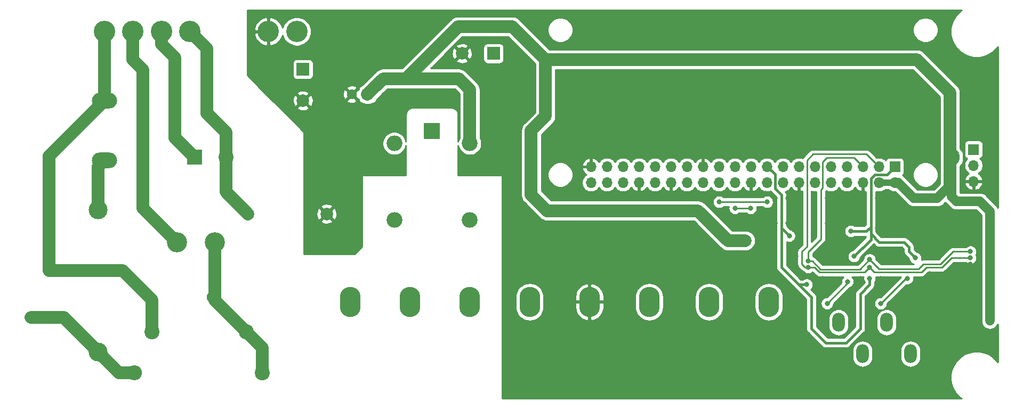
<source format=gbr>
%TF.GenerationSoftware,KiCad,Pcbnew,5.1.10*%
%TF.CreationDate,2021-12-07T00:10:18-05:00*%
%TF.ProjectId,oven-controller,6f76656e-2d63-46f6-9e74-726f6c6c6572,rev?*%
%TF.SameCoordinates,Original*%
%TF.FileFunction,Copper,L2,Bot*%
%TF.FilePolarity,Positive*%
%FSLAX46Y46*%
G04 Gerber Fmt 4.6, Leading zero omitted, Abs format (unit mm)*
G04 Created by KiCad (PCBNEW 5.1.10) date 2021-12-07 00:10:18*
%MOMM*%
%LPD*%
G01*
G04 APERTURE LIST*
%TA.AperFunction,ComponentPad*%
%ADD10C,2.000000*%
%TD*%
%TA.AperFunction,ComponentPad*%
%ADD11R,2.000000X2.000000*%
%TD*%
%TA.AperFunction,ComponentPad*%
%ADD12C,2.400000*%
%TD*%
%TA.AperFunction,ComponentPad*%
%ADD13C,1.600000*%
%TD*%
%TA.AperFunction,ComponentPad*%
%ADD14R,1.600000X1.600000*%
%TD*%
%TA.AperFunction,ComponentPad*%
%ADD15C,3.000000*%
%TD*%
%TA.AperFunction,ComponentPad*%
%ADD16O,2.500000X2.500000*%
%TD*%
%TA.AperFunction,ComponentPad*%
%ADD17R,2.500000X2.500000*%
%TD*%
%TA.AperFunction,ComponentPad*%
%ADD18C,3.200000*%
%TD*%
%TA.AperFunction,ComponentPad*%
%ADD19O,2.400000X2.400000*%
%TD*%
%TA.AperFunction,ComponentPad*%
%ADD20C,1.800000*%
%TD*%
%TA.AperFunction,ComponentPad*%
%ADD21O,4.000000X2.500000*%
%TD*%
%TA.AperFunction,ComponentPad*%
%ADD22O,2.000000X3.000000*%
%TD*%
%TA.AperFunction,ComponentPad*%
%ADD23O,1.700000X1.700000*%
%TD*%
%TA.AperFunction,ComponentPad*%
%ADD24R,1.700000X1.700000*%
%TD*%
%TA.AperFunction,ComponentPad*%
%ADD25O,1.600000X1.600000*%
%TD*%
%TA.AperFunction,ComponentPad*%
%ADD26O,3.300000X4.800000*%
%TD*%
%TA.AperFunction,ComponentPad*%
%ADD27O,3.400000X3.400000*%
%TD*%
%TA.AperFunction,ComponentPad*%
%ADD28R,2.400000X2.400000*%
%TD*%
%TA.AperFunction,ViaPad*%
%ADD29C,0.800000*%
%TD*%
%TA.AperFunction,Conductor*%
%ADD30C,2.000000*%
%TD*%
%TA.AperFunction,Conductor*%
%ADD31C,1.000000*%
%TD*%
%TA.AperFunction,Conductor*%
%ADD32C,1.500000*%
%TD*%
%TA.AperFunction,Conductor*%
%ADD33C,0.400000*%
%TD*%
%TA.AperFunction,Conductor*%
%ADD34C,0.250000*%
%TD*%
%TA.AperFunction,Conductor*%
%ADD35C,0.100000*%
%TD*%
G04 APERTURE END LIST*
D10*
%TO.P,BZ1,2*%
%TO.N,GND*%
X172250000Y-107500000D03*
D11*
%TO.P,BZ1,1*%
%TO.N,Net-(BZ1-Pad1)*%
X177250000Y-107500000D03*
%TD*%
D12*
%TO.P,C3,2*%
%TO.N,Net-(C3-Pad2)*%
X123000000Y-151750000D03*
%TO.P,C3,1*%
%TO.N,Net-(C3-Pad1)*%
X138000000Y-151750000D03*
%TD*%
D10*
%TO.P,C5,2*%
%TO.N,GND*%
X147000000Y-115000000D03*
D11*
%TO.P,C5,1*%
%TO.N,Net-(C5-Pad1)*%
X147000000Y-110000000D03*
%TD*%
D13*
%TO.P,C6,2*%
%TO.N,GND*%
X154750000Y-114000000D03*
D14*
%TO.P,C6,1*%
%TO.N,+5V*%
X157250000Y-114000000D03*
%TD*%
D10*
%TO.P,C7,2*%
%TO.N,Net-(C4-Pad2)*%
X138250000Y-133000000D03*
%TO.P,C7,1*%
%TO.N,GND*%
X150750000Y-133000000D03*
%TD*%
D15*
%TO.P,F1,2*%
%TO.N,Net-(F1-Pad2)*%
X114500000Y-132400000D03*
%TO.P,F1,1*%
%TO.N,Net-(F1-Pad1)*%
X114500000Y-155000000D03*
%TD*%
D16*
%TO.P,K1,5*%
%TO.N,+5V*%
X173500000Y-121800000D03*
%TO.P,K1,4*%
%TO.N,/GPO_NC*%
X173500000Y-134000000D03*
%TO.P,K1,3*%
%TO.N,/GPO_NO*%
X161500000Y-134000000D03*
%TO.P,K1,2*%
%TO.N,Net-(D1-Pad2)*%
X161500000Y-121800000D03*
D17*
%TO.P,K1,1*%
%TO.N,/GPO_COM*%
X167500000Y-119800000D03*
%TD*%
D18*
%TO.P,L1,2*%
%TO.N,Net-(L1-Pad2)*%
X127000000Y-137500000D03*
%TO.P,L1,1*%
%TO.N,Net-(C3-Pad1)*%
X133000000Y-137500000D03*
%TD*%
D19*
%TO.P,R1,2*%
%TO.N,Net-(F1-Pad1)*%
X120180000Y-158250000D03*
D12*
%TO.P,R1,1*%
%TO.N,Net-(C3-Pad1)*%
X140500000Y-158250000D03*
%TD*%
D20*
%TO.P,RV1,2*%
%TO.N,Net-(C3-Pad2)*%
X106650000Y-142000000D03*
%TO.P,RV1,1*%
%TO.N,Net-(F1-Pad1)*%
X103750000Y-149500000D03*
%TD*%
D21*
%TO.P,J1,2*%
%TO.N,Net-(F1-Pad2)*%
X115500000Y-124500000D03*
%TO.P,J1,1*%
%TO.N,Net-(C3-Pad2)*%
X115500000Y-115000000D03*
%TD*%
D22*
%TO.P,J5,4*%
%TO.N,Net-(C10-Pad1)*%
X232070000Y-150250000D03*
%TO.P,J5,2*%
%TO.N,Net-(C11-Pad1)*%
X239690000Y-150250000D03*
%TO.P,J5,3*%
%TO.N,Net-(C10-Pad2)*%
X235880000Y-155250000D03*
%TO.P,J5,1*%
%TO.N,Net-(C11-Pad2)*%
X243500000Y-155250000D03*
%TD*%
D23*
%TO.P,U3,40*%
%TO.N,/GPI*%
X192740000Y-128040000D03*
%TO.P,U3,39*%
%TO.N,GND*%
X192740000Y-125500000D03*
%TO.P,U3,26*%
%TO.N,N/C*%
X210520000Y-128040000D03*
%TO.P,U3,25*%
%TO.N,GND*%
X210520000Y-125500000D03*
%TO.P,U3,22*%
%TO.N,/LCD_DC*%
X215600000Y-128040000D03*
%TO.P,U3,21*%
%TO.N,/LCD_MISO*%
X215600000Y-125500000D03*
%TO.P,U3,30*%
%TO.N,GND*%
X205440000Y-128040000D03*
%TO.P,U3,29*%
%TO.N,N/C*%
X205440000Y-125500000D03*
%TO.P,U3,8*%
%TO.N,/~CTP_INT*%
X233380000Y-128040000D03*
%TO.P,U3,7*%
%TO.N,/SERVO*%
X233380000Y-125500000D03*
%TO.P,U3,32*%
%TO.N,/SSR2*%
X202900000Y-128040000D03*
%TO.P,U3,31*%
%TO.N,N/C*%
X202900000Y-125500000D03*
%TO.P,U3,18*%
X220680000Y-128040000D03*
%TO.P,U3,17*%
%TO.N,+3V3*%
X220680000Y-125500000D03*
%TO.P,U3,36*%
%TO.N,N/C*%
X197820000Y-128040000D03*
%TO.P,U3,35*%
X197820000Y-125500000D03*
%TO.P,U3,34*%
%TO.N,GND*%
X200360000Y-128040000D03*
%TO.P,U3,33*%
%TO.N,/SSR1*%
X200360000Y-125500000D03*
%TO.P,U3,38*%
%TO.N,N/C*%
X195280000Y-128040000D03*
%TO.P,U3,37*%
%TO.N,/GPO*%
X195280000Y-125500000D03*
%TO.P,U3,20*%
%TO.N,GND*%
X218140000Y-128040000D03*
%TO.P,U3,19*%
%TO.N,/LCD_MOSI*%
X218140000Y-125500000D03*
%TO.P,U3,10*%
%TO.N,N/C*%
X230840000Y-128040000D03*
%TO.P,U3,9*%
%TO.N,GND*%
X230840000Y-125500000D03*
%TO.P,U3,14*%
X225760000Y-128040000D03*
%TO.P,U3,13*%
%TO.N,/BUZZER*%
X225760000Y-125500000D03*
%TO.P,U3,28*%
%TO.N,N/C*%
X207980000Y-128040000D03*
%TO.P,U3,27*%
X207980000Y-125500000D03*
%TO.P,U3,12*%
X228300000Y-128040000D03*
%TO.P,U3,11*%
X228300000Y-125500000D03*
%TO.P,U3,24*%
%TO.N,/~LCD_CS*%
X213060000Y-128040000D03*
%TO.P,U3,23*%
%TO.N,/LCD_SCK*%
X213060000Y-125500000D03*
D24*
%TO.P,U3,1*%
%TO.N,+3V3*%
X241000000Y-125500000D03*
D23*
%TO.P,U3,2*%
%TO.N,+5V*%
X241000000Y-128040000D03*
%TO.P,U3,5*%
%TO.N,/I2C_SCL*%
X235920000Y-125500000D03*
%TO.P,U3,4*%
%TO.N,+5V*%
X238460000Y-128040000D03*
%TO.P,U3,16*%
%TO.N,N/C*%
X223220000Y-128040000D03*
%TO.P,U3,15*%
X223220000Y-125500000D03*
%TO.P,U3,3*%
%TO.N,/I2C_SDA*%
X238460000Y-125500000D03*
%TO.P,U3,6*%
%TO.N,GND*%
X235920000Y-128040000D03*
%TD*%
D25*
%TO.P,R2,2*%
%TO.N,Net-(C3-Pad2)*%
X122340000Y-146250000D03*
D13*
%TO.P,R2,1*%
%TO.N,Net-(C3-Pad1)*%
X132500000Y-146250000D03*
%TD*%
D26*
%TO.P,J3,7*%
%TO.N,Net-(J3-Pad7)*%
X211500000Y-147000000D03*
%TO.P,J3,8*%
%TO.N,Net-(F2-Pad1)*%
X221000000Y-147000000D03*
%TO.P,J3,6*%
%TO.N,Net-(J3-Pad6)*%
X202000000Y-147000000D03*
%TO.P,J3,5*%
%TO.N,GND*%
X192500000Y-147000000D03*
%TO.P,J3,4*%
%TO.N,/GPI*%
X183000000Y-147000000D03*
%TO.P,J3,3*%
%TO.N,/GPO_NC*%
X173500000Y-147000000D03*
%TO.P,J3,2*%
%TO.N,/GPO_COM*%
X164000000Y-147000000D03*
%TO.P,J3,1*%
%TO.N,/GPO_NO*%
X154500000Y-147000000D03*
%TD*%
D23*
%TO.P,J2,3*%
%TO.N,GND*%
X253500000Y-127830000D03*
%TO.P,J2,2*%
%TO.N,+5V*%
X253500000Y-125290000D03*
D24*
%TO.P,J2,1*%
%TO.N,/SERVO*%
X253500000Y-122750000D03*
%TD*%
D27*
%TO.P,U1,1*%
%TO.N,Net-(C3-Pad2)*%
X115500000Y-104000000D03*
%TO.P,U1,3*%
%TO.N,Net-(L1-Pad2)*%
X120000000Y-104000000D03*
%TO.P,U1,5*%
%TO.N,Net-(C4-Pad1)*%
X124500000Y-104000000D03*
%TO.P,U1,7*%
%TO.N,Net-(C4-Pad2)*%
X129000000Y-104000000D03*
%TO.P,U1,10*%
%TO.N,GND*%
X141500000Y-104000000D03*
%TO.P,U1,12*%
%TO.N,Net-(C5-Pad1)*%
X146000000Y-104000000D03*
%TD*%
D28*
%TO.P,C4,1*%
%TO.N,Net-(C4-Pad1)*%
X129750000Y-124000000D03*
D12*
%TO.P,C4,2*%
%TO.N,Net-(C4-Pad2)*%
X134750000Y-124000000D03*
%TD*%
D29*
%TO.N,GND*%
X153750000Y-127750000D03*
X183250000Y-114500000D03*
X236750000Y-116750000D03*
X253000000Y-147000000D03*
X253000000Y-137000000D03*
X253000000Y-141000000D03*
X229500000Y-143250000D03*
X225250000Y-139750000D03*
X238750000Y-143250000D03*
X231000000Y-138750000D03*
X232000000Y-139750000D03*
X230000000Y-139750000D03*
X231000000Y-140750000D03*
X240750000Y-138750000D03*
X239750000Y-139750000D03*
X241750000Y-139750000D03*
X240750000Y-140750000D03*
X245250000Y-144250000D03*
X235500000Y-143250000D03*
X231000000Y-136000000D03*
X249500000Y-147000000D03*
X248000000Y-145500000D03*
X246750000Y-144250000D03*
X245750000Y-140000000D03*
X244500000Y-138750000D03*
X248000000Y-136750000D03*
X243500000Y-136750000D03*
X236000000Y-134500000D03*
X241500000Y-136000000D03*
X239500000Y-136000000D03*
X238250000Y-135250000D03*
X247500000Y-134750000D03*
X246000000Y-133250000D03*
X244250000Y-132250000D03*
X242250000Y-132250000D03*
X240250000Y-131250000D03*
X238250000Y-130500000D03*
X236000000Y-130500000D03*
X234000000Y-130500000D03*
X232000000Y-130500000D03*
X230250000Y-130500000D03*
X233750000Y-134500000D03*
X232000000Y-134500000D03*
X230250000Y-134500000D03*
X228250000Y-134500000D03*
X226000000Y-134500000D03*
X224000000Y-134500000D03*
X222000000Y-134500000D03*
X219750000Y-134500000D03*
X217750000Y-134500000D03*
X215750000Y-134500000D03*
X214000000Y-133500000D03*
X212250000Y-132250000D03*
X212000000Y-130250000D03*
X228250000Y-130500000D03*
X226000000Y-130500000D03*
X224000000Y-130500000D03*
X222000000Y-130500000D03*
X220500000Y-129750000D03*
X214500000Y-139500000D03*
X216250000Y-140750000D03*
X247500000Y-118000000D03*
X246500000Y-142500000D03*
X249500000Y-138250000D03*
X181000000Y-129250000D03*
X200500000Y-139000000D03*
X199750000Y-138250000D03*
X208250000Y-138250000D03*
X209000000Y-139000000D03*
X185250000Y-121250000D03*
X185750000Y-120000000D03*
%TO.N,+5V*%
X162000000Y-111000000D03*
X162000000Y-112000000D03*
X161000000Y-111000000D03*
X161000000Y-112000000D03*
X160000000Y-111000000D03*
X160000000Y-112000000D03*
X256100000Y-150000000D03*
X256100000Y-149000000D03*
X256100000Y-148000000D03*
X217500000Y-137750000D03*
X217500000Y-136750000D03*
X215000000Y-137750000D03*
X215000000Y-136750000D03*
X249750000Y-124000000D03*
X250750000Y-124000000D03*
%TO.N,+3V3*%
X237000000Y-143250000D03*
X244250000Y-140000000D03*
X234000000Y-135750000D03*
X234500000Y-139750000D03*
X224250000Y-136500000D03*
X227000000Y-144249992D03*
%TO.N,Net-(C10-Pad1)*%
X230250000Y-147250000D03*
X233500000Y-143750000D03*
%TO.N,/~LCD_CS*%
X220700000Y-131100000D03*
X213100000Y-131100000D03*
%TO.N,/I2C_SCL*%
X227240902Y-140488880D03*
X236987347Y-140250000D03*
X253000000Y-139000000D03*
%TO.N,/I2C_SDA*%
X227250000Y-141500000D03*
X237000000Y-141500000D03*
X253000000Y-140000000D03*
%TO.N,/LCD_DC*%
X218100000Y-132099999D03*
X215600000Y-132100000D03*
%TO.N,Net-(C11-Pad1)*%
X238750000Y-147250000D03*
X243000002Y-143250000D03*
%TD*%
D30*
%TO.N,Net-(C3-Pad1)*%
X140500000Y-154250000D02*
X138000000Y-151750000D01*
X140500000Y-158250000D02*
X140500000Y-154250000D01*
X133000000Y-146750000D02*
X138000000Y-151750000D01*
X133000000Y-137500000D02*
X133000000Y-146750000D01*
D31*
%TO.N,+5V*%
X238460000Y-128040000D02*
X241000000Y-128040000D01*
D30*
X163375000Y-111500000D02*
X162000000Y-111500000D01*
X180250000Y-103250000D02*
X171625000Y-103250000D01*
X249750000Y-113750000D02*
X244500000Y-108500000D01*
X244500000Y-108500000D02*
X185500000Y-108500000D01*
X185500000Y-108500000D02*
X180250000Y-103250000D01*
X171625000Y-103250000D02*
X163375000Y-111500000D01*
X159750000Y-111500000D02*
X159500000Y-111750000D01*
X162000000Y-111500000D02*
X160750000Y-111500000D01*
X160750000Y-111500000D02*
X159750000Y-111500000D01*
X159375000Y-111875000D02*
X158625000Y-112625000D01*
X158500000Y-112750000D02*
X157250000Y-114000000D01*
X159500000Y-111750000D02*
X159375000Y-111875000D01*
X158625000Y-112625000D02*
X158500000Y-112750000D01*
X171750000Y-111500000D02*
X163375000Y-111500000D01*
X173500000Y-113250000D02*
X171750000Y-111500000D01*
X173500000Y-121800000D02*
X173500000Y-113250000D01*
X249750000Y-123250000D02*
X249750000Y-113750000D01*
D32*
X256100000Y-150000000D02*
X256100000Y-150000000D01*
X256100000Y-149000000D02*
X256100000Y-150000000D01*
X256100000Y-148000000D02*
X256100000Y-149000000D01*
X256100000Y-132600000D02*
X256100000Y-148000000D01*
X254500000Y-131000000D02*
X256100000Y-132600000D01*
X250750000Y-131000000D02*
X254500000Y-131000000D01*
X250000000Y-130250000D02*
X250750000Y-131000000D01*
X250000000Y-128500000D02*
X250000000Y-130250000D01*
D30*
X215250000Y-137250000D02*
X215250000Y-137250000D01*
X215250000Y-137250000D02*
X215250000Y-137250000D01*
X250250000Y-123750000D02*
X249750000Y-123250000D01*
X250250000Y-124250000D02*
X250250000Y-123750000D01*
X249750000Y-128500000D02*
X249750000Y-123250000D01*
D32*
X247750000Y-130500000D02*
X249750000Y-128500000D01*
X244000000Y-130500000D02*
X247750000Y-130500000D01*
X241540000Y-128040000D02*
X244000000Y-130500000D01*
X241000000Y-128040000D02*
X241540000Y-128040000D01*
D30*
X185500000Y-117500000D02*
X185500000Y-108500000D01*
X183250000Y-119750000D02*
X185500000Y-117500000D01*
X183250000Y-130000000D02*
X183250000Y-119750000D01*
X185750000Y-132500000D02*
X183250000Y-130000000D01*
X209750000Y-132500000D02*
X185750000Y-132500000D01*
X214500000Y-137250000D02*
X209750000Y-132500000D01*
X217250000Y-137250000D02*
X214500000Y-137250000D01*
D33*
%TO.N,+3V3*%
X221950000Y-128950000D02*
X221950000Y-126700000D01*
X221950000Y-126700000D02*
X220750000Y-125500000D01*
X223000000Y-130000000D02*
X221950000Y-128950000D01*
X220750000Y-125500000D02*
X220680000Y-125500000D01*
X237780000Y-126770000D02*
X237190000Y-127360000D01*
X239730000Y-126770000D02*
X237780000Y-126770000D01*
X241000000Y-125500000D02*
X239730000Y-126770000D01*
X237190000Y-127360000D02*
X237190000Y-134940000D01*
X237190000Y-135030000D02*
X237190000Y-135000000D01*
X236470000Y-135750000D02*
X237190000Y-135030000D01*
X234000000Y-135750000D02*
X236470000Y-135750000D01*
X237190000Y-134940000D02*
X237190000Y-136190000D01*
X237190000Y-137060000D02*
X234500000Y-139750000D01*
X237190000Y-136190000D02*
X237190000Y-137060000D01*
X244250000Y-140000000D02*
X243250000Y-139000000D01*
X243250000Y-139000000D02*
X243250000Y-138250000D01*
X243250000Y-138250000D02*
X242500000Y-137500000D01*
X242500000Y-137500000D02*
X238500000Y-137500000D01*
X238500000Y-137500000D02*
X237190000Y-136190000D01*
X224250000Y-136500000D02*
X223000000Y-135250000D01*
X223000000Y-135250000D02*
X223000000Y-130000000D01*
X223000000Y-141500000D02*
X223000000Y-135250000D01*
D34*
X225750008Y-144249992D02*
X225750000Y-144250000D01*
D33*
X227000000Y-144249992D02*
X225750008Y-144249992D01*
X225750000Y-144250000D02*
X223000000Y-141500000D01*
X227750000Y-146250000D02*
X225750000Y-144250000D01*
X227750000Y-151250000D02*
X227750000Y-146250000D01*
X230000000Y-153500000D02*
X227750000Y-151250000D01*
X233250000Y-153500000D02*
X230000000Y-153500000D01*
X235500000Y-151250000D02*
X233250000Y-153500000D01*
X235500000Y-145750000D02*
X235500000Y-151250000D01*
X237000000Y-144250000D02*
X235500000Y-145750000D01*
X237000000Y-143250000D02*
X237000000Y-144250000D01*
D34*
%TO.N,Net-(C10-Pad1)*%
X233500000Y-144000000D02*
X233500000Y-143750000D01*
X230250000Y-147250000D02*
X233500000Y-144000000D01*
D30*
%TO.N,Net-(L1-Pad2)*%
X121580000Y-110080000D02*
X120000000Y-108500000D01*
X120000000Y-108500000D02*
X120000000Y-104000000D01*
X121580000Y-132080000D02*
X127000000Y-137500000D01*
X121580000Y-110080000D02*
X121580000Y-132080000D01*
D34*
%TO.N,/~LCD_CS*%
X220700000Y-131100000D02*
X220134315Y-131100000D01*
X220134315Y-131100000D02*
X213100000Y-131100000D01*
%TO.N,/I2C_SCL*%
X227240902Y-139009098D02*
X227240902Y-140488880D01*
X229550000Y-128864501D02*
X229250000Y-129164501D01*
X229550000Y-124700000D02*
X229550000Y-128864501D01*
X229250000Y-129164501D02*
X229250000Y-137000000D01*
X230164999Y-124085001D02*
X229550000Y-124700000D01*
X234505001Y-124085001D02*
X230164999Y-124085001D01*
X229250000Y-137000000D02*
X227240902Y-139009098D01*
X235920000Y-125500000D02*
X234505001Y-124085001D01*
X250250000Y-139000000D02*
X253000000Y-139000000D01*
X248250000Y-141000000D02*
X250250000Y-139000000D01*
X245500000Y-141000000D02*
X248250000Y-141000000D01*
X244750000Y-141750000D02*
X245500000Y-141000000D01*
X238487347Y-141750000D02*
X244750000Y-141750000D01*
X236987347Y-140250000D02*
X238487347Y-141750000D01*
X229186399Y-141799989D02*
X235437358Y-141799989D01*
X235437358Y-141799989D02*
X236987347Y-140250000D01*
X227875290Y-140488880D02*
X229186399Y-141799989D01*
X227240902Y-140488880D02*
X227875290Y-140488880D01*
%TO.N,/I2C_SDA*%
X236460000Y-123500000D02*
X238460000Y-125500000D01*
X228000000Y-123500000D02*
X236460000Y-123500000D01*
X227024999Y-124475001D02*
X228000000Y-123500000D01*
X227024999Y-138225001D02*
X227024999Y-124475001D01*
X226250000Y-139000000D02*
X227024999Y-138225001D01*
X226250000Y-141000000D02*
X226250000Y-139000000D01*
X226750000Y-141500000D02*
X226250000Y-141000000D01*
X227250000Y-141500000D02*
X226750000Y-141500000D01*
X250000000Y-140000000D02*
X253000000Y-140000000D01*
X245250000Y-142250000D02*
X246000000Y-141500000D01*
X248500000Y-141500000D02*
X250000000Y-140000000D01*
X237750000Y-142250000D02*
X245250000Y-142250000D01*
X246000000Y-141500000D02*
X248500000Y-141500000D01*
X237000000Y-141500000D02*
X237750000Y-142250000D01*
X236250000Y-142250000D02*
X237000000Y-141500000D01*
X228250000Y-141500000D02*
X229000000Y-142250000D01*
X229000000Y-142250000D02*
X236250000Y-142250000D01*
X227250000Y-141500000D02*
X228250000Y-141500000D01*
D30*
%TO.N,Net-(F1-Pad1)*%
X109000000Y-149500000D02*
X114500000Y-155000000D01*
X103750000Y-149500000D02*
X109000000Y-149500000D01*
X117750000Y-158250000D02*
X114500000Y-155000000D01*
X120180000Y-158250000D02*
X117750000Y-158250000D01*
D34*
%TO.N,/LCD_DC*%
X218100000Y-132099999D02*
X217534314Y-132100000D01*
X217534314Y-132100000D02*
X215600000Y-132100000D01*
D30*
%TO.N,Net-(C3-Pad2)*%
X106650000Y-123850000D02*
X115500000Y-115000000D01*
X106650000Y-142000000D02*
X106650000Y-123850000D01*
X115500000Y-115000000D02*
X115500000Y-115250000D01*
X106650000Y-142000000D02*
X118340000Y-142000000D01*
X115500000Y-104000000D02*
X115500000Y-115000000D01*
X123000000Y-146660000D02*
X118340000Y-142000000D01*
X123000000Y-151750000D02*
X123000000Y-146660000D01*
%TO.N,Net-(C4-Pad2)*%
X131740000Y-106740000D02*
X129000000Y-104000000D01*
X134750000Y-129500000D02*
X138250000Y-133000000D01*
X134750000Y-124000000D02*
X134750000Y-129500000D01*
X134750000Y-120020000D02*
X131740000Y-117010000D01*
X134750000Y-124000000D02*
X134750000Y-120020000D01*
X131740000Y-117010000D02*
X131740000Y-106740000D01*
%TO.N,Net-(C4-Pad1)*%
X124549999Y-106049999D02*
X126660000Y-108160000D01*
X124549999Y-105049999D02*
X124549999Y-106049999D01*
X124500000Y-105000000D02*
X124549999Y-105049999D01*
X124500000Y-104000000D02*
X124500000Y-105000000D01*
X126660000Y-120910000D02*
X129750000Y-124000000D01*
X126660000Y-108160000D02*
X126660000Y-120910000D01*
D34*
%TO.N,Net-(C11-Pad1)*%
X242749998Y-143250000D02*
X243000002Y-143250000D01*
X238750000Y-147250000D02*
X242749998Y-143250000D01*
D30*
%TO.N,Net-(F1-Pad2)*%
X114500000Y-125500000D02*
X115500000Y-124500000D01*
X114500000Y-132400000D02*
X114500000Y-125500000D01*
%TD*%
D34*
%TO.N,GND*%
X183875001Y-109173098D02*
X183875000Y-116826903D01*
X182157399Y-118544505D01*
X182095393Y-118595392D01*
X182044508Y-118657396D01*
X181892325Y-118842831D01*
X181741433Y-119125131D01*
X181648513Y-119431445D01*
X181617138Y-119750000D01*
X181625001Y-119829834D01*
X181625000Y-129920176D01*
X181617138Y-130000000D01*
X181629437Y-130124869D01*
X181648513Y-130318555D01*
X181741432Y-130624868D01*
X181892325Y-130907169D01*
X182095392Y-131154608D01*
X182157403Y-131205499D01*
X184544505Y-133592602D01*
X184595392Y-133654608D01*
X184842830Y-133857675D01*
X185125131Y-134008568D01*
X185431444Y-134101487D01*
X185750000Y-134132862D01*
X185829824Y-134125000D01*
X209076904Y-134125000D01*
X213294505Y-138342602D01*
X213345392Y-138404608D01*
X213592830Y-138607675D01*
X213875131Y-138758568D01*
X214181444Y-138851487D01*
X214420176Y-138875000D01*
X214420185Y-138875000D01*
X214499999Y-138882861D01*
X214579813Y-138875000D01*
X217329824Y-138875000D01*
X217568556Y-138851487D01*
X217874869Y-138758568D01*
X218157170Y-138607675D01*
X218404608Y-138404608D01*
X218607675Y-138157170D01*
X218758568Y-137874869D01*
X218851487Y-137568556D01*
X218882862Y-137250000D01*
X218851487Y-136931444D01*
X218758568Y-136625131D01*
X218607675Y-136342830D01*
X218404608Y-136095392D01*
X218157170Y-135892325D01*
X217874869Y-135741432D01*
X217568556Y-135648513D01*
X217329824Y-135625000D01*
X215173097Y-135625000D01*
X210955499Y-131407403D01*
X210904608Y-131345392D01*
X210657170Y-131142325D01*
X210389114Y-130999046D01*
X212075000Y-130999046D01*
X212075000Y-131200954D01*
X212114390Y-131398982D01*
X212191656Y-131585520D01*
X212303830Y-131753400D01*
X212446600Y-131896170D01*
X212614480Y-132008344D01*
X212801018Y-132085610D01*
X212999046Y-132125000D01*
X213200954Y-132125000D01*
X213398982Y-132085610D01*
X213585520Y-132008344D01*
X213753400Y-131896170D01*
X213799570Y-131850000D01*
X214604647Y-131850000D01*
X214575000Y-131999046D01*
X214575000Y-132200954D01*
X214614390Y-132398982D01*
X214691656Y-132585520D01*
X214803830Y-132753400D01*
X214946600Y-132896170D01*
X215114480Y-133008344D01*
X215301018Y-133085610D01*
X215499046Y-133125000D01*
X215700954Y-133125000D01*
X215898982Y-133085610D01*
X216085520Y-133008344D01*
X216253400Y-132896170D01*
X216299570Y-132850000D01*
X217400431Y-132850000D01*
X217446600Y-132896169D01*
X217614480Y-133008343D01*
X217801018Y-133085609D01*
X217999046Y-133124999D01*
X218200954Y-133124999D01*
X218398982Y-133085609D01*
X218585520Y-133008343D01*
X218753400Y-132896169D01*
X218896170Y-132753399D01*
X219008344Y-132585519D01*
X219085610Y-132398981D01*
X219125000Y-132200953D01*
X219125000Y-131999045D01*
X219095353Y-131850000D01*
X220000430Y-131850000D01*
X220046600Y-131896170D01*
X220214480Y-132008344D01*
X220401018Y-132085610D01*
X220599046Y-132125000D01*
X220800954Y-132125000D01*
X220998982Y-132085610D01*
X221185520Y-132008344D01*
X221353400Y-131896170D01*
X221496170Y-131753400D01*
X221608344Y-131585520D01*
X221685610Y-131398982D01*
X221725000Y-131200954D01*
X221725000Y-130999046D01*
X221685610Y-130801018D01*
X221608344Y-130614480D01*
X221496170Y-130446600D01*
X221353400Y-130303830D01*
X221185520Y-130191656D01*
X220998982Y-130114390D01*
X220800954Y-130075000D01*
X220599046Y-130075000D01*
X220401018Y-130114390D01*
X220214480Y-130191656D01*
X220046600Y-130303830D01*
X220000430Y-130350000D01*
X213799570Y-130350000D01*
X213753400Y-130303830D01*
X213585520Y-130191656D01*
X213398982Y-130114390D01*
X213200954Y-130075000D01*
X212999046Y-130075000D01*
X212801018Y-130114390D01*
X212614480Y-130191656D01*
X212446600Y-130303830D01*
X212303830Y-130446600D01*
X212191656Y-130614480D01*
X212114390Y-130801018D01*
X212075000Y-130999046D01*
X210389114Y-130999046D01*
X210374869Y-130991432D01*
X210068556Y-130898513D01*
X209829824Y-130875000D01*
X209750000Y-130867138D01*
X209670176Y-130875000D01*
X186423097Y-130875000D01*
X184875000Y-129326904D01*
X184875000Y-126573017D01*
X185870000Y-126573017D01*
X185870000Y-126966983D01*
X185946859Y-127353378D01*
X186097623Y-127717355D01*
X186316499Y-128044926D01*
X186595074Y-128323501D01*
X186922645Y-128542377D01*
X187286622Y-128693141D01*
X187673017Y-128770000D01*
X188066983Y-128770000D01*
X188453378Y-128693141D01*
X188817355Y-128542377D01*
X189144926Y-128323501D01*
X189423501Y-128044926D01*
X189642377Y-127717355D01*
X189793141Y-127353378D01*
X189870000Y-126966983D01*
X189870000Y-126573017D01*
X189793141Y-126186622D01*
X189642377Y-125822645D01*
X189423501Y-125495074D01*
X189144926Y-125216499D01*
X189040356Y-125146627D01*
X191307950Y-125146627D01*
X191426551Y-125375000D01*
X192615000Y-125375000D01*
X192615000Y-124187188D01*
X192386628Y-124067955D01*
X192238214Y-124112970D01*
X191977260Y-124237515D01*
X191745617Y-124410577D01*
X191552188Y-124625504D01*
X191404406Y-124874038D01*
X191307950Y-125146627D01*
X189040356Y-125146627D01*
X188817355Y-124997623D01*
X188453378Y-124846859D01*
X188066983Y-124770000D01*
X187673017Y-124770000D01*
X187286622Y-124846859D01*
X186922645Y-124997623D01*
X186595074Y-125216499D01*
X186316499Y-125495074D01*
X186097623Y-125822645D01*
X185946859Y-126186622D01*
X185870000Y-126573017D01*
X184875000Y-126573017D01*
X184875000Y-120423096D01*
X186592603Y-118705494D01*
X186654608Y-118654608D01*
X186857675Y-118407170D01*
X186946264Y-118241432D01*
X187008568Y-118124870D01*
X187083630Y-117877422D01*
X187101487Y-117818556D01*
X187125000Y-117579824D01*
X187125000Y-117579823D01*
X187132862Y-117500000D01*
X187125000Y-117420176D01*
X187125000Y-110125000D01*
X243826904Y-110125000D01*
X248125001Y-114423098D01*
X248125000Y-123170176D01*
X248117138Y-123250000D01*
X248125000Y-123329823D01*
X248125001Y-123329833D01*
X248125000Y-128180456D01*
X247180457Y-129125000D01*
X244569543Y-129125000D01*
X242560037Y-127115494D01*
X242516976Y-127063024D01*
X242307605Y-126891198D01*
X242227751Y-126848515D01*
X242294080Y-126794080D01*
X242372183Y-126698911D01*
X242430219Y-126590334D01*
X242435472Y-126573017D01*
X243870000Y-126573017D01*
X243870000Y-126966983D01*
X243946859Y-127353378D01*
X244097623Y-127717355D01*
X244316499Y-128044926D01*
X244595074Y-128323501D01*
X244922645Y-128542377D01*
X245286622Y-128693141D01*
X245673017Y-128770000D01*
X246066983Y-128770000D01*
X246453378Y-128693141D01*
X246817355Y-128542377D01*
X247144926Y-128323501D01*
X247423501Y-128044926D01*
X247642377Y-127717355D01*
X247793141Y-127353378D01*
X247870000Y-126966983D01*
X247870000Y-126573017D01*
X247793141Y-126186622D01*
X247642377Y-125822645D01*
X247423501Y-125495074D01*
X247144926Y-125216499D01*
X246817355Y-124997623D01*
X246453378Y-124846859D01*
X246066983Y-124770000D01*
X245673017Y-124770000D01*
X245286622Y-124846859D01*
X244922645Y-124997623D01*
X244595074Y-125216499D01*
X244316499Y-125495074D01*
X244097623Y-125822645D01*
X243946859Y-126186622D01*
X243870000Y-126573017D01*
X242435472Y-126573017D01*
X242465957Y-126472521D01*
X242478024Y-126350000D01*
X242478024Y-124650000D01*
X242465957Y-124527479D01*
X242430219Y-124409666D01*
X242372183Y-124301089D01*
X242294080Y-124205920D01*
X242198911Y-124127817D01*
X242090334Y-124069781D01*
X241972521Y-124034043D01*
X241850000Y-124021976D01*
X240150000Y-124021976D01*
X240027479Y-124034043D01*
X239909666Y-124069781D01*
X239801089Y-124127817D01*
X239705920Y-124205920D01*
X239627817Y-124301089D01*
X239569781Y-124409666D01*
X239543213Y-124497248D01*
X239400258Y-124354293D01*
X239158675Y-124192872D01*
X238890242Y-124081683D01*
X238605275Y-124025000D01*
X238314725Y-124025000D01*
X238090300Y-124069641D01*
X237016379Y-122995719D01*
X236992895Y-122967105D01*
X236878693Y-122873381D01*
X236748401Y-122803739D01*
X236607026Y-122760853D01*
X236496835Y-122750000D01*
X236496827Y-122750000D01*
X236460000Y-122746373D01*
X236423173Y-122750000D01*
X228036828Y-122750000D01*
X228000000Y-122746373D01*
X227963172Y-122750000D01*
X227963165Y-122750000D01*
X227852974Y-122760853D01*
X227711599Y-122803739D01*
X227581307Y-122873381D01*
X227510558Y-122931444D01*
X227467105Y-122967105D01*
X227443626Y-122995714D01*
X226520714Y-123918627D01*
X226492105Y-123942106D01*
X226468626Y-123970715D01*
X226468623Y-123970718D01*
X226458649Y-123982872D01*
X226398381Y-124056308D01*
X226368095Y-124112970D01*
X226349547Y-124147670D01*
X226190242Y-124081683D01*
X225905275Y-124025000D01*
X225614725Y-124025000D01*
X225329758Y-124081683D01*
X225061325Y-124192872D01*
X224819742Y-124354293D01*
X224614293Y-124559742D01*
X224490000Y-124745759D01*
X224365707Y-124559742D01*
X224160258Y-124354293D01*
X223918675Y-124192872D01*
X223650242Y-124081683D01*
X223365275Y-124025000D01*
X223074725Y-124025000D01*
X222789758Y-124081683D01*
X222521325Y-124192872D01*
X222279742Y-124354293D01*
X222074293Y-124559742D01*
X221950000Y-124745759D01*
X221825707Y-124559742D01*
X221620258Y-124354293D01*
X221378675Y-124192872D01*
X221110242Y-124081683D01*
X220825275Y-124025000D01*
X220534725Y-124025000D01*
X220249758Y-124081683D01*
X219981325Y-124192872D01*
X219739742Y-124354293D01*
X219534293Y-124559742D01*
X219410000Y-124745759D01*
X219285707Y-124559742D01*
X219080258Y-124354293D01*
X218838675Y-124192872D01*
X218570242Y-124081683D01*
X218285275Y-124025000D01*
X217994725Y-124025000D01*
X217709758Y-124081683D01*
X217441325Y-124192872D01*
X217199742Y-124354293D01*
X216994293Y-124559742D01*
X216870000Y-124745759D01*
X216745707Y-124559742D01*
X216540258Y-124354293D01*
X216298675Y-124192872D01*
X216030242Y-124081683D01*
X215745275Y-124025000D01*
X215454725Y-124025000D01*
X215169758Y-124081683D01*
X214901325Y-124192872D01*
X214659742Y-124354293D01*
X214454293Y-124559742D01*
X214330000Y-124745759D01*
X214205707Y-124559742D01*
X214000258Y-124354293D01*
X213758675Y-124192872D01*
X213490242Y-124081683D01*
X213205275Y-124025000D01*
X212914725Y-124025000D01*
X212629758Y-124081683D01*
X212361325Y-124192872D01*
X212119742Y-124354293D01*
X211914293Y-124559742D01*
X211784348Y-124754219D01*
X211707812Y-124625504D01*
X211514383Y-124410577D01*
X211282740Y-124237515D01*
X211021786Y-124112970D01*
X210873372Y-124067955D01*
X210645000Y-124187188D01*
X210645000Y-125375000D01*
X210665000Y-125375000D01*
X210665000Y-125625000D01*
X210645000Y-125625000D01*
X210645000Y-125645000D01*
X210395000Y-125645000D01*
X210395000Y-125625000D01*
X210375000Y-125625000D01*
X210375000Y-125375000D01*
X210395000Y-125375000D01*
X210395000Y-124187188D01*
X210166628Y-124067955D01*
X210018214Y-124112970D01*
X209757260Y-124237515D01*
X209525617Y-124410577D01*
X209332188Y-124625504D01*
X209255652Y-124754219D01*
X209125707Y-124559742D01*
X208920258Y-124354293D01*
X208678675Y-124192872D01*
X208410242Y-124081683D01*
X208125275Y-124025000D01*
X207834725Y-124025000D01*
X207549758Y-124081683D01*
X207281325Y-124192872D01*
X207039742Y-124354293D01*
X206834293Y-124559742D01*
X206710000Y-124745759D01*
X206585707Y-124559742D01*
X206380258Y-124354293D01*
X206138675Y-124192872D01*
X205870242Y-124081683D01*
X205585275Y-124025000D01*
X205294725Y-124025000D01*
X205009758Y-124081683D01*
X204741325Y-124192872D01*
X204499742Y-124354293D01*
X204294293Y-124559742D01*
X204170000Y-124745759D01*
X204045707Y-124559742D01*
X203840258Y-124354293D01*
X203598675Y-124192872D01*
X203330242Y-124081683D01*
X203045275Y-124025000D01*
X202754725Y-124025000D01*
X202469758Y-124081683D01*
X202201325Y-124192872D01*
X201959742Y-124354293D01*
X201754293Y-124559742D01*
X201630000Y-124745759D01*
X201505707Y-124559742D01*
X201300258Y-124354293D01*
X201058675Y-124192872D01*
X200790242Y-124081683D01*
X200505275Y-124025000D01*
X200214725Y-124025000D01*
X199929758Y-124081683D01*
X199661325Y-124192872D01*
X199419742Y-124354293D01*
X199214293Y-124559742D01*
X199090000Y-124745759D01*
X198965707Y-124559742D01*
X198760258Y-124354293D01*
X198518675Y-124192872D01*
X198250242Y-124081683D01*
X197965275Y-124025000D01*
X197674725Y-124025000D01*
X197389758Y-124081683D01*
X197121325Y-124192872D01*
X196879742Y-124354293D01*
X196674293Y-124559742D01*
X196550000Y-124745759D01*
X196425707Y-124559742D01*
X196220258Y-124354293D01*
X195978675Y-124192872D01*
X195710242Y-124081683D01*
X195425275Y-124025000D01*
X195134725Y-124025000D01*
X194849758Y-124081683D01*
X194581325Y-124192872D01*
X194339742Y-124354293D01*
X194134293Y-124559742D01*
X194004348Y-124754219D01*
X193927812Y-124625504D01*
X193734383Y-124410577D01*
X193502740Y-124237515D01*
X193241786Y-124112970D01*
X193093372Y-124067955D01*
X192865000Y-124187188D01*
X192865000Y-125375000D01*
X192885000Y-125375000D01*
X192885000Y-125625000D01*
X192865000Y-125625000D01*
X192865000Y-125645000D01*
X192615000Y-125645000D01*
X192615000Y-125625000D01*
X191426551Y-125625000D01*
X191307950Y-125853373D01*
X191404406Y-126125962D01*
X191552188Y-126374496D01*
X191745617Y-126589423D01*
X191977260Y-126762485D01*
X191988779Y-126767982D01*
X191799742Y-126894293D01*
X191594293Y-127099742D01*
X191432872Y-127341325D01*
X191321683Y-127609758D01*
X191265000Y-127894725D01*
X191265000Y-128185275D01*
X191321683Y-128470242D01*
X191432872Y-128738675D01*
X191594293Y-128980258D01*
X191799742Y-129185707D01*
X192041325Y-129347128D01*
X192309758Y-129458317D01*
X192594725Y-129515000D01*
X192885275Y-129515000D01*
X193170242Y-129458317D01*
X193438675Y-129347128D01*
X193680258Y-129185707D01*
X193885707Y-128980258D01*
X194010000Y-128794241D01*
X194134293Y-128980258D01*
X194339742Y-129185707D01*
X194581325Y-129347128D01*
X194849758Y-129458317D01*
X195134725Y-129515000D01*
X195425275Y-129515000D01*
X195710242Y-129458317D01*
X195978675Y-129347128D01*
X196220258Y-129185707D01*
X196425707Y-128980258D01*
X196550000Y-128794241D01*
X196674293Y-128980258D01*
X196879742Y-129185707D01*
X197121325Y-129347128D01*
X197389758Y-129458317D01*
X197674725Y-129515000D01*
X197965275Y-129515000D01*
X198250242Y-129458317D01*
X198518675Y-129347128D01*
X198760258Y-129185707D01*
X198965707Y-128980258D01*
X199095652Y-128785781D01*
X199172188Y-128914496D01*
X199365617Y-129129423D01*
X199597260Y-129302485D01*
X199858214Y-129427030D01*
X200006628Y-129472045D01*
X200235000Y-129352812D01*
X200235000Y-128165000D01*
X200215000Y-128165000D01*
X200215000Y-127915000D01*
X200235000Y-127915000D01*
X200235000Y-127895000D01*
X200485000Y-127895000D01*
X200485000Y-127915000D01*
X200505000Y-127915000D01*
X200505000Y-128165000D01*
X200485000Y-128165000D01*
X200485000Y-129352812D01*
X200713372Y-129472045D01*
X200861786Y-129427030D01*
X201122740Y-129302485D01*
X201354383Y-129129423D01*
X201547812Y-128914496D01*
X201624348Y-128785781D01*
X201754293Y-128980258D01*
X201959742Y-129185707D01*
X202201325Y-129347128D01*
X202469758Y-129458317D01*
X202754725Y-129515000D01*
X203045275Y-129515000D01*
X203330242Y-129458317D01*
X203598675Y-129347128D01*
X203840258Y-129185707D01*
X204045707Y-128980258D01*
X204175652Y-128785781D01*
X204252188Y-128914496D01*
X204445617Y-129129423D01*
X204677260Y-129302485D01*
X204938214Y-129427030D01*
X205086628Y-129472045D01*
X205315000Y-129352812D01*
X205315000Y-128165000D01*
X205295000Y-128165000D01*
X205295000Y-127915000D01*
X205315000Y-127915000D01*
X205315000Y-127895000D01*
X205565000Y-127895000D01*
X205565000Y-127915000D01*
X205585000Y-127915000D01*
X205585000Y-128165000D01*
X205565000Y-128165000D01*
X205565000Y-129352812D01*
X205793372Y-129472045D01*
X205941786Y-129427030D01*
X206202740Y-129302485D01*
X206434383Y-129129423D01*
X206627812Y-128914496D01*
X206704348Y-128785781D01*
X206834293Y-128980258D01*
X207039742Y-129185707D01*
X207281325Y-129347128D01*
X207549758Y-129458317D01*
X207834725Y-129515000D01*
X208125275Y-129515000D01*
X208410242Y-129458317D01*
X208678675Y-129347128D01*
X208920258Y-129185707D01*
X209125707Y-128980258D01*
X209250000Y-128794241D01*
X209374293Y-128980258D01*
X209579742Y-129185707D01*
X209821325Y-129347128D01*
X210089758Y-129458317D01*
X210374725Y-129515000D01*
X210665275Y-129515000D01*
X210950242Y-129458317D01*
X211218675Y-129347128D01*
X211460258Y-129185707D01*
X211665707Y-128980258D01*
X211790000Y-128794241D01*
X211914293Y-128980258D01*
X212119742Y-129185707D01*
X212361325Y-129347128D01*
X212629758Y-129458317D01*
X212914725Y-129515000D01*
X213205275Y-129515000D01*
X213490242Y-129458317D01*
X213758675Y-129347128D01*
X214000258Y-129185707D01*
X214205707Y-128980258D01*
X214330000Y-128794241D01*
X214454293Y-128980258D01*
X214659742Y-129185707D01*
X214901325Y-129347128D01*
X215169758Y-129458317D01*
X215454725Y-129515000D01*
X215745275Y-129515000D01*
X216030242Y-129458317D01*
X216298675Y-129347128D01*
X216540258Y-129185707D01*
X216745707Y-128980258D01*
X216875652Y-128785781D01*
X216952188Y-128914496D01*
X217145617Y-129129423D01*
X217377260Y-129302485D01*
X217638214Y-129427030D01*
X217786628Y-129472045D01*
X218015000Y-129352812D01*
X218015000Y-128165000D01*
X217995000Y-128165000D01*
X217995000Y-127915000D01*
X218015000Y-127915000D01*
X218015000Y-127895000D01*
X218265000Y-127895000D01*
X218265000Y-127915000D01*
X218285000Y-127915000D01*
X218285000Y-128165000D01*
X218265000Y-128165000D01*
X218265000Y-129352812D01*
X218493372Y-129472045D01*
X218641786Y-129427030D01*
X218902740Y-129302485D01*
X219134383Y-129129423D01*
X219327812Y-128914496D01*
X219404348Y-128785781D01*
X219534293Y-128980258D01*
X219739742Y-129185707D01*
X219981325Y-129347128D01*
X220249758Y-129458317D01*
X220534725Y-129515000D01*
X220825275Y-129515000D01*
X221110242Y-129458317D01*
X221254341Y-129398629D01*
X221260719Y-129410562D01*
X221363815Y-129536185D01*
X221395295Y-129562021D01*
X222175001Y-130341727D01*
X222175000Y-135209487D01*
X222171010Y-135250000D01*
X222175000Y-135290513D01*
X222175000Y-135290520D01*
X222175001Y-135290530D01*
X222175000Y-141459487D01*
X222171010Y-141500000D01*
X222175000Y-141540513D01*
X222175000Y-141540520D01*
X222186938Y-141661727D01*
X222234112Y-141817240D01*
X222310719Y-141960562D01*
X222413815Y-142086185D01*
X222445296Y-142112021D01*
X225138065Y-144804791D01*
X225163823Y-144836177D01*
X225195209Y-144861935D01*
X225195289Y-144862015D01*
X225195294Y-144862019D01*
X226925001Y-146591727D01*
X226925000Y-151209487D01*
X226921010Y-151250000D01*
X226925000Y-151290513D01*
X226925000Y-151290520D01*
X226936938Y-151411727D01*
X226984112Y-151567240D01*
X227060719Y-151710562D01*
X227163815Y-151836185D01*
X227195296Y-151862021D01*
X229387988Y-154054715D01*
X229413815Y-154086185D01*
X229445285Y-154112012D01*
X229445289Y-154112016D01*
X229486638Y-154145949D01*
X229539437Y-154189281D01*
X229653035Y-154250000D01*
X229682759Y-154265888D01*
X229838272Y-154313062D01*
X230000000Y-154328991D01*
X230040521Y-154325000D01*
X233209487Y-154325000D01*
X233250000Y-154328990D01*
X233290513Y-154325000D01*
X233290521Y-154325000D01*
X233411728Y-154313062D01*
X233567241Y-154265888D01*
X233710563Y-154189281D01*
X233836185Y-154086185D01*
X233862021Y-154054704D01*
X236054715Y-151862012D01*
X236086185Y-151836185D01*
X236112012Y-151804715D01*
X236112016Y-151804711D01*
X236145949Y-151763362D01*
X236189281Y-151710563D01*
X236265888Y-151567241D01*
X236313062Y-151411728D01*
X236325000Y-151290521D01*
X236325000Y-151290520D01*
X236328991Y-151250000D01*
X236325000Y-151209479D01*
X236325000Y-149670177D01*
X238065000Y-149670177D01*
X238065000Y-150829824D01*
X238088513Y-151068556D01*
X238181432Y-151374869D01*
X238332326Y-151657170D01*
X238535393Y-151904608D01*
X238782831Y-152107675D01*
X239065132Y-152258568D01*
X239371445Y-152351487D01*
X239690000Y-152382862D01*
X240008556Y-152351487D01*
X240314869Y-152258568D01*
X240597170Y-152107675D01*
X240844608Y-151904608D01*
X241047675Y-151657170D01*
X241198568Y-151374869D01*
X241291487Y-151068556D01*
X241315000Y-150829824D01*
X241315000Y-149670176D01*
X241291487Y-149431444D01*
X241198568Y-149125131D01*
X241047675Y-148842830D01*
X240844608Y-148595392D01*
X240597169Y-148392325D01*
X240314868Y-148241432D01*
X240008555Y-148148513D01*
X239690000Y-148117138D01*
X239371444Y-148148513D01*
X239065131Y-148241432D01*
X238782830Y-148392325D01*
X238535392Y-148595392D01*
X238332325Y-148842831D01*
X238181432Y-149125132D01*
X238088513Y-149431445D01*
X238065000Y-149670177D01*
X236325000Y-149670177D01*
X236325000Y-146091725D01*
X237554711Y-144862015D01*
X237586185Y-144836185D01*
X237689281Y-144710563D01*
X237765888Y-144567241D01*
X237813062Y-144411728D01*
X237825000Y-144290521D01*
X237825000Y-144290514D01*
X237828990Y-144250001D01*
X237825000Y-144209488D01*
X237825000Y-143860253D01*
X237908344Y-143735520D01*
X237985610Y-143548982D01*
X238025000Y-143350954D01*
X238025000Y-143149046D01*
X237995353Y-143000000D01*
X241939338Y-143000000D01*
X238714341Y-146225000D01*
X238649046Y-146225000D01*
X238451018Y-146264390D01*
X238264480Y-146341656D01*
X238096600Y-146453830D01*
X237953830Y-146596600D01*
X237841656Y-146764480D01*
X237764390Y-146951018D01*
X237725000Y-147149046D01*
X237725000Y-147350954D01*
X237764390Y-147548982D01*
X237841656Y-147735520D01*
X237953830Y-147903400D01*
X238096600Y-148046170D01*
X238264480Y-148158344D01*
X238451018Y-148235610D01*
X238649046Y-148275000D01*
X238850954Y-148275000D01*
X239048982Y-148235610D01*
X239235520Y-148158344D01*
X239403400Y-148046170D01*
X239546170Y-147903400D01*
X239658344Y-147735520D01*
X239735610Y-147548982D01*
X239775000Y-147350954D01*
X239775000Y-147285659D01*
X242804471Y-144256187D01*
X242899048Y-144275000D01*
X243100956Y-144275000D01*
X243298984Y-144235610D01*
X243485522Y-144158344D01*
X243653402Y-144046170D01*
X243796172Y-143903400D01*
X243908346Y-143735520D01*
X243985612Y-143548982D01*
X244025002Y-143350954D01*
X244025002Y-143149046D01*
X243995355Y-143000000D01*
X245213173Y-143000000D01*
X245250000Y-143003627D01*
X245286827Y-143000000D01*
X245286835Y-143000000D01*
X245397026Y-142989147D01*
X245538401Y-142946261D01*
X245668693Y-142876619D01*
X245782895Y-142782895D01*
X245806378Y-142754281D01*
X246310660Y-142250000D01*
X248463173Y-142250000D01*
X248500000Y-142253627D01*
X248536827Y-142250000D01*
X248536835Y-142250000D01*
X248647026Y-142239147D01*
X248788401Y-142196261D01*
X248918693Y-142126619D01*
X249032895Y-142032895D01*
X249056378Y-142004281D01*
X250310661Y-140750000D01*
X252300430Y-140750000D01*
X252346600Y-140796170D01*
X252514480Y-140908344D01*
X252701018Y-140985610D01*
X252899046Y-141025000D01*
X253100954Y-141025000D01*
X253298982Y-140985610D01*
X253485520Y-140908344D01*
X253653400Y-140796170D01*
X253796170Y-140653400D01*
X253908344Y-140485520D01*
X253985610Y-140298982D01*
X254025000Y-140100954D01*
X254025000Y-139899046D01*
X253985610Y-139701018D01*
X253908344Y-139514480D01*
X253898669Y-139500000D01*
X253908344Y-139485520D01*
X253985610Y-139298982D01*
X254025000Y-139100954D01*
X254025000Y-138899046D01*
X253985610Y-138701018D01*
X253908344Y-138514480D01*
X253796170Y-138346600D01*
X253653400Y-138203830D01*
X253485520Y-138091656D01*
X253298982Y-138014390D01*
X253100954Y-137975000D01*
X252899046Y-137975000D01*
X252701018Y-138014390D01*
X252514480Y-138091656D01*
X252346600Y-138203830D01*
X252300430Y-138250000D01*
X250286827Y-138250000D01*
X250249999Y-138246373D01*
X250213172Y-138250000D01*
X250213165Y-138250000D01*
X250102974Y-138260853D01*
X249961599Y-138303739D01*
X249831307Y-138373381D01*
X249717105Y-138467105D01*
X249693626Y-138495714D01*
X247939341Y-140250000D01*
X245536827Y-140250000D01*
X245499999Y-140246373D01*
X245463171Y-140250000D01*
X245463165Y-140250000D01*
X245367817Y-140259391D01*
X245352973Y-140260853D01*
X245236145Y-140296293D01*
X245275000Y-140100954D01*
X245275000Y-139899046D01*
X245235610Y-139701018D01*
X245158344Y-139514480D01*
X245046170Y-139346600D01*
X244903400Y-139203830D01*
X244735520Y-139091656D01*
X244548982Y-139014390D01*
X244401850Y-138985124D01*
X244075000Y-138658274D01*
X244075000Y-138290512D01*
X244078990Y-138249999D01*
X244075000Y-138209486D01*
X244075000Y-138209479D01*
X244063062Y-138088272D01*
X244015888Y-137932759D01*
X243939281Y-137789437D01*
X243836185Y-137663815D01*
X243804709Y-137637983D01*
X243112020Y-136945295D01*
X243086185Y-136913815D01*
X242960563Y-136810719D01*
X242817241Y-136734112D01*
X242661728Y-136686938D01*
X242540521Y-136675000D01*
X242540513Y-136675000D01*
X242500000Y-136671010D01*
X242459487Y-136675000D01*
X238841726Y-136675000D01*
X238015000Y-135848275D01*
X238015000Y-135070513D01*
X238018990Y-135030000D01*
X238015000Y-134989487D01*
X238015000Y-129452204D01*
X238029758Y-129458317D01*
X238314725Y-129515000D01*
X238605275Y-129515000D01*
X238890242Y-129458317D01*
X239158675Y-129347128D01*
X239400258Y-129185707D01*
X239420965Y-129165000D01*
X240039035Y-129165000D01*
X240059742Y-129185707D01*
X240301325Y-129347128D01*
X240569758Y-129458317D01*
X240854725Y-129515000D01*
X241070457Y-129515000D01*
X242979963Y-131424506D01*
X243023024Y-131476976D01*
X243075492Y-131520035D01*
X243232394Y-131648802D01*
X243282328Y-131675492D01*
X243471264Y-131776481D01*
X243730453Y-131855105D01*
X243932451Y-131875000D01*
X243932460Y-131875000D01*
X243999999Y-131881652D01*
X244067538Y-131875000D01*
X247682461Y-131875000D01*
X247750000Y-131881652D01*
X247817539Y-131875000D01*
X247817549Y-131875000D01*
X248019547Y-131855105D01*
X248278736Y-131776481D01*
X248517605Y-131648802D01*
X248726976Y-131476976D01*
X248770036Y-131424507D01*
X248998027Y-131196516D01*
X249023025Y-131226976D01*
X249075489Y-131270032D01*
X249729963Y-131924506D01*
X249773024Y-131976976D01*
X249982395Y-132148802D01*
X250221264Y-132276481D01*
X250480453Y-132355105D01*
X250682451Y-132375000D01*
X250682460Y-132375000D01*
X250749999Y-132381652D01*
X250817538Y-132375000D01*
X253930457Y-132375000D01*
X254725000Y-133169544D01*
X254725001Y-147932442D01*
X254725000Y-147932452D01*
X254725000Y-149932451D01*
X254718347Y-150000000D01*
X254744895Y-150269547D01*
X254823519Y-150528736D01*
X254951198Y-150767605D01*
X255123024Y-150976976D01*
X255332395Y-151148802D01*
X255571264Y-151276481D01*
X255830453Y-151355105D01*
X256032451Y-151375000D01*
X256100000Y-151381653D01*
X256167549Y-151375000D01*
X256369547Y-151355105D01*
X256628736Y-151276481D01*
X256867605Y-151148802D01*
X257076976Y-150976976D01*
X257248802Y-150767605D01*
X257350000Y-150578278D01*
X257350000Y-156588826D01*
X257204097Y-156370466D01*
X256629534Y-155795903D01*
X255953920Y-155344473D01*
X255203218Y-155033522D01*
X254406277Y-154875000D01*
X253593723Y-154875000D01*
X252796782Y-155033522D01*
X252046080Y-155344473D01*
X251370466Y-155795903D01*
X250795903Y-156370466D01*
X250344473Y-157046080D01*
X250033522Y-157796782D01*
X249875000Y-158593723D01*
X249875000Y-159406277D01*
X250033522Y-160203218D01*
X250344473Y-160953920D01*
X250795903Y-161629534D01*
X251370466Y-162204097D01*
X251588826Y-162350000D01*
X178625000Y-162350000D01*
X178625000Y-154670177D01*
X234255000Y-154670177D01*
X234255000Y-155829824D01*
X234278513Y-156068556D01*
X234371432Y-156374869D01*
X234522326Y-156657170D01*
X234725393Y-156904608D01*
X234972831Y-157107675D01*
X235255132Y-157258568D01*
X235561445Y-157351487D01*
X235880000Y-157382862D01*
X236198556Y-157351487D01*
X236504869Y-157258568D01*
X236787170Y-157107675D01*
X237034608Y-156904608D01*
X237237675Y-156657170D01*
X237388568Y-156374869D01*
X237481487Y-156068556D01*
X237505000Y-155829824D01*
X237505000Y-154670177D01*
X241875000Y-154670177D01*
X241875000Y-155829824D01*
X241898513Y-156068556D01*
X241991432Y-156374869D01*
X242142326Y-156657170D01*
X242345393Y-156904608D01*
X242592831Y-157107675D01*
X242875132Y-157258568D01*
X243181445Y-157351487D01*
X243500000Y-157382862D01*
X243818556Y-157351487D01*
X244124869Y-157258568D01*
X244407170Y-157107675D01*
X244654608Y-156904608D01*
X244857675Y-156657170D01*
X245008568Y-156374869D01*
X245101487Y-156068556D01*
X245125000Y-155829824D01*
X245125000Y-154670176D01*
X245101487Y-154431444D01*
X245008568Y-154125131D01*
X244857675Y-153842830D01*
X244654608Y-153595392D01*
X244407169Y-153392325D01*
X244124868Y-153241432D01*
X243818555Y-153148513D01*
X243500000Y-153117138D01*
X243181444Y-153148513D01*
X242875131Y-153241432D01*
X242592830Y-153392325D01*
X242345392Y-153595392D01*
X242142325Y-153842831D01*
X241991432Y-154125132D01*
X241898513Y-154431445D01*
X241875000Y-154670177D01*
X237505000Y-154670177D01*
X237505000Y-154670176D01*
X237481487Y-154431444D01*
X237388568Y-154125131D01*
X237237675Y-153842830D01*
X237034608Y-153595392D01*
X236787169Y-153392325D01*
X236504868Y-153241432D01*
X236198555Y-153148513D01*
X235880000Y-153117138D01*
X235561444Y-153148513D01*
X235255131Y-153241432D01*
X234972830Y-153392325D01*
X234725392Y-153595392D01*
X234522325Y-153842831D01*
X234371432Y-154125132D01*
X234278513Y-154431445D01*
X234255000Y-154670177D01*
X178625000Y-154670177D01*
X178625000Y-146138245D01*
X180725000Y-146138245D01*
X180725000Y-147861756D01*
X180757918Y-148195978D01*
X180888005Y-148624817D01*
X181099256Y-149020037D01*
X181383550Y-149366451D01*
X181729964Y-149650745D01*
X182125184Y-149861995D01*
X182554023Y-149992082D01*
X183000000Y-150036007D01*
X183445978Y-149992082D01*
X183874817Y-149861995D01*
X184270037Y-149650745D01*
X184616451Y-149366451D01*
X184900745Y-149020037D01*
X185111995Y-148624817D01*
X185242082Y-148195977D01*
X185275000Y-147861755D01*
X185275000Y-147125000D01*
X190225000Y-147125000D01*
X190225000Y-147875000D01*
X190293100Y-148316429D01*
X190446010Y-148736090D01*
X190677853Y-149117856D01*
X190979721Y-149447056D01*
X191340012Y-149711039D01*
X191744881Y-149899661D01*
X192021188Y-149974042D01*
X192375000Y-149865059D01*
X192375000Y-147125000D01*
X192625000Y-147125000D01*
X192625000Y-149865059D01*
X192978812Y-149974042D01*
X193255119Y-149899661D01*
X193659988Y-149711039D01*
X194020279Y-149447056D01*
X194322147Y-149117856D01*
X194553990Y-148736090D01*
X194706900Y-148316429D01*
X194775000Y-147875000D01*
X194775000Y-147125000D01*
X192625000Y-147125000D01*
X192375000Y-147125000D01*
X190225000Y-147125000D01*
X185275000Y-147125000D01*
X185275000Y-146138244D01*
X185273696Y-146125000D01*
X190225000Y-146125000D01*
X190225000Y-146875000D01*
X192375000Y-146875000D01*
X192375000Y-144134941D01*
X192625000Y-144134941D01*
X192625000Y-146875000D01*
X194775000Y-146875000D01*
X194775000Y-146138245D01*
X199725000Y-146138245D01*
X199725000Y-147861756D01*
X199757918Y-148195978D01*
X199888005Y-148624817D01*
X200099256Y-149020037D01*
X200383550Y-149366451D01*
X200729964Y-149650745D01*
X201125184Y-149861995D01*
X201554023Y-149992082D01*
X202000000Y-150036007D01*
X202445978Y-149992082D01*
X202874817Y-149861995D01*
X203270037Y-149650745D01*
X203616451Y-149366451D01*
X203900745Y-149020037D01*
X204111995Y-148624817D01*
X204242082Y-148195977D01*
X204275000Y-147861755D01*
X204275000Y-146138245D01*
X209225000Y-146138245D01*
X209225000Y-147861756D01*
X209257918Y-148195978D01*
X209388005Y-148624817D01*
X209599256Y-149020037D01*
X209883550Y-149366451D01*
X210229964Y-149650745D01*
X210625184Y-149861995D01*
X211054023Y-149992082D01*
X211500000Y-150036007D01*
X211945978Y-149992082D01*
X212374817Y-149861995D01*
X212770037Y-149650745D01*
X213116451Y-149366451D01*
X213400745Y-149020037D01*
X213611995Y-148624817D01*
X213742082Y-148195977D01*
X213775000Y-147861755D01*
X213775000Y-146138245D01*
X218725000Y-146138245D01*
X218725000Y-147861756D01*
X218757918Y-148195978D01*
X218888005Y-148624817D01*
X219099256Y-149020037D01*
X219383550Y-149366451D01*
X219729964Y-149650745D01*
X220125184Y-149861995D01*
X220554023Y-149992082D01*
X221000000Y-150036007D01*
X221445978Y-149992082D01*
X221874817Y-149861995D01*
X222270037Y-149650745D01*
X222616451Y-149366451D01*
X222900745Y-149020037D01*
X223111995Y-148624817D01*
X223242082Y-148195977D01*
X223275000Y-147861755D01*
X223275000Y-146138244D01*
X223242082Y-145804022D01*
X223111995Y-145375183D01*
X222900745Y-144979963D01*
X222616451Y-144633549D01*
X222270037Y-144349255D01*
X221874816Y-144138005D01*
X221445977Y-144007918D01*
X221000000Y-143963993D01*
X220554022Y-144007918D01*
X220125183Y-144138005D01*
X219729963Y-144349255D01*
X219383549Y-144633549D01*
X219099255Y-144979963D01*
X218888005Y-145375184D01*
X218757918Y-145804023D01*
X218725000Y-146138245D01*
X213775000Y-146138245D01*
X213775000Y-146138244D01*
X213742082Y-145804022D01*
X213611995Y-145375183D01*
X213400745Y-144979963D01*
X213116451Y-144633549D01*
X212770037Y-144349255D01*
X212374816Y-144138005D01*
X211945977Y-144007918D01*
X211500000Y-143963993D01*
X211054022Y-144007918D01*
X210625183Y-144138005D01*
X210229963Y-144349255D01*
X209883549Y-144633549D01*
X209599255Y-144979963D01*
X209388005Y-145375184D01*
X209257918Y-145804023D01*
X209225000Y-146138245D01*
X204275000Y-146138245D01*
X204275000Y-146138244D01*
X204242082Y-145804022D01*
X204111995Y-145375183D01*
X203900745Y-144979963D01*
X203616451Y-144633549D01*
X203270037Y-144349255D01*
X202874816Y-144138005D01*
X202445977Y-144007918D01*
X202000000Y-143963993D01*
X201554022Y-144007918D01*
X201125183Y-144138005D01*
X200729963Y-144349255D01*
X200383549Y-144633549D01*
X200099255Y-144979963D01*
X199888005Y-145375184D01*
X199757918Y-145804023D01*
X199725000Y-146138245D01*
X194775000Y-146138245D01*
X194775000Y-146125000D01*
X194706900Y-145683571D01*
X194553990Y-145263910D01*
X194322147Y-144882144D01*
X194020279Y-144552944D01*
X193659988Y-144288961D01*
X193255119Y-144100339D01*
X192978812Y-144025958D01*
X192625000Y-144134941D01*
X192375000Y-144134941D01*
X192021188Y-144025958D01*
X191744881Y-144100339D01*
X191340012Y-144288961D01*
X190979721Y-144552944D01*
X190677853Y-144882144D01*
X190446010Y-145263910D01*
X190293100Y-145683571D01*
X190225000Y-146125000D01*
X185273696Y-146125000D01*
X185242082Y-145804022D01*
X185111995Y-145375183D01*
X184900745Y-144979963D01*
X184616451Y-144633549D01*
X184270037Y-144349255D01*
X183874816Y-144138005D01*
X183445977Y-144007918D01*
X183000000Y-143963993D01*
X182554022Y-144007918D01*
X182125183Y-144138005D01*
X181729963Y-144349255D01*
X181383549Y-144633549D01*
X181099255Y-144979963D01*
X180888005Y-145375184D01*
X180757918Y-145804023D01*
X180725000Y-146138245D01*
X178625000Y-146138245D01*
X178625000Y-127000000D01*
X178622598Y-126975614D01*
X178615485Y-126952165D01*
X178603934Y-126930554D01*
X178588388Y-126911612D01*
X178569446Y-126896066D01*
X178547835Y-126884515D01*
X178524386Y-126877402D01*
X178500000Y-126875000D01*
X171650000Y-126875000D01*
X171650000Y-122110353D01*
X171697056Y-122346917D01*
X171838397Y-122688145D01*
X172043593Y-122995243D01*
X172304757Y-123256407D01*
X172611855Y-123461603D01*
X172953083Y-123602944D01*
X173315329Y-123675000D01*
X173684671Y-123675000D01*
X174046917Y-123602944D01*
X174388145Y-123461603D01*
X174695243Y-123256407D01*
X174956407Y-122995243D01*
X175161603Y-122688145D01*
X175302944Y-122346917D01*
X175375000Y-121984671D01*
X175375000Y-121615329D01*
X175302944Y-121253083D01*
X175161603Y-120911855D01*
X175125000Y-120857075D01*
X175125000Y-113329824D01*
X175132862Y-113250000D01*
X175104267Y-112959666D01*
X175101487Y-112931444D01*
X175008568Y-112625131D01*
X174857675Y-112342830D01*
X174654608Y-112095392D01*
X174592602Y-112044505D01*
X172955499Y-110407403D01*
X172904608Y-110345392D01*
X172657170Y-110142325D01*
X172374869Y-109991432D01*
X172068556Y-109898513D01*
X171829824Y-109875000D01*
X171750000Y-109867138D01*
X171670176Y-109875000D01*
X167298096Y-109875000D01*
X168544332Y-108628764D01*
X171298013Y-108628764D01*
X171394171Y-108890610D01*
X171681910Y-109030854D01*
X171991481Y-109112268D01*
X172310986Y-109131723D01*
X172628147Y-109088472D01*
X172930777Y-108984178D01*
X173105829Y-108890610D01*
X173201987Y-108628764D01*
X172250000Y-107676777D01*
X171298013Y-108628764D01*
X168544332Y-108628764D01*
X169612110Y-107560986D01*
X170618277Y-107560986D01*
X170661528Y-107878147D01*
X170765822Y-108180777D01*
X170859390Y-108355829D01*
X171121236Y-108451987D01*
X172073223Y-107500000D01*
X172426777Y-107500000D01*
X173378764Y-108451987D01*
X173640610Y-108355829D01*
X173780854Y-108068090D01*
X173862268Y-107758519D01*
X173881723Y-107439014D01*
X173838472Y-107121853D01*
X173734178Y-106819223D01*
X173640610Y-106644171D01*
X173378764Y-106548013D01*
X172426777Y-107500000D01*
X172073223Y-107500000D01*
X171121236Y-106548013D01*
X170859390Y-106644171D01*
X170719146Y-106931910D01*
X170637732Y-107241481D01*
X170618277Y-107560986D01*
X169612110Y-107560986D01*
X170801860Y-106371236D01*
X171298013Y-106371236D01*
X172250000Y-107323223D01*
X173073223Y-106500000D01*
X175621976Y-106500000D01*
X175621976Y-108500000D01*
X175634043Y-108622521D01*
X175669781Y-108740334D01*
X175727817Y-108848911D01*
X175805920Y-108944080D01*
X175901089Y-109022183D01*
X176009666Y-109080219D01*
X176127479Y-109115957D01*
X176250000Y-109128024D01*
X178250000Y-109128024D01*
X178372521Y-109115957D01*
X178490334Y-109080219D01*
X178598911Y-109022183D01*
X178694080Y-108944080D01*
X178772183Y-108848911D01*
X178830219Y-108740334D01*
X178865957Y-108622521D01*
X178878024Y-108500000D01*
X178878024Y-106500000D01*
X178865957Y-106377479D01*
X178830219Y-106259666D01*
X178772183Y-106151089D01*
X178694080Y-106055920D01*
X178598911Y-105977817D01*
X178490334Y-105919781D01*
X178372521Y-105884043D01*
X178250000Y-105871976D01*
X176250000Y-105871976D01*
X176127479Y-105884043D01*
X176009666Y-105919781D01*
X175901089Y-105977817D01*
X175805920Y-106055920D01*
X175727817Y-106151089D01*
X175669781Y-106259666D01*
X175634043Y-106377479D01*
X175621976Y-106500000D01*
X173073223Y-106500000D01*
X173201987Y-106371236D01*
X173105829Y-106109390D01*
X172818090Y-105969146D01*
X172508519Y-105887732D01*
X172189014Y-105868277D01*
X171871853Y-105911528D01*
X171569223Y-106015822D01*
X171394171Y-106109390D01*
X171298013Y-106371236D01*
X170801860Y-106371236D01*
X172298097Y-104875000D01*
X179576904Y-104875000D01*
X183875001Y-109173098D01*
%TA.AperFunction,Conductor*%
D35*
G36*
X183875001Y-109173098D02*
G01*
X183875000Y-116826903D01*
X182157399Y-118544505D01*
X182095393Y-118595392D01*
X182044508Y-118657396D01*
X181892325Y-118842831D01*
X181741433Y-119125131D01*
X181648513Y-119431445D01*
X181617138Y-119750000D01*
X181625001Y-119829834D01*
X181625000Y-129920176D01*
X181617138Y-130000000D01*
X181629437Y-130124869D01*
X181648513Y-130318555D01*
X181741432Y-130624868D01*
X181892325Y-130907169D01*
X182095392Y-131154608D01*
X182157403Y-131205499D01*
X184544505Y-133592602D01*
X184595392Y-133654608D01*
X184842830Y-133857675D01*
X185125131Y-134008568D01*
X185431444Y-134101487D01*
X185750000Y-134132862D01*
X185829824Y-134125000D01*
X209076904Y-134125000D01*
X213294505Y-138342602D01*
X213345392Y-138404608D01*
X213592830Y-138607675D01*
X213875131Y-138758568D01*
X214181444Y-138851487D01*
X214420176Y-138875000D01*
X214420185Y-138875000D01*
X214499999Y-138882861D01*
X214579813Y-138875000D01*
X217329824Y-138875000D01*
X217568556Y-138851487D01*
X217874869Y-138758568D01*
X218157170Y-138607675D01*
X218404608Y-138404608D01*
X218607675Y-138157170D01*
X218758568Y-137874869D01*
X218851487Y-137568556D01*
X218882862Y-137250000D01*
X218851487Y-136931444D01*
X218758568Y-136625131D01*
X218607675Y-136342830D01*
X218404608Y-136095392D01*
X218157170Y-135892325D01*
X217874869Y-135741432D01*
X217568556Y-135648513D01*
X217329824Y-135625000D01*
X215173097Y-135625000D01*
X210955499Y-131407403D01*
X210904608Y-131345392D01*
X210657170Y-131142325D01*
X210389114Y-130999046D01*
X212075000Y-130999046D01*
X212075000Y-131200954D01*
X212114390Y-131398982D01*
X212191656Y-131585520D01*
X212303830Y-131753400D01*
X212446600Y-131896170D01*
X212614480Y-132008344D01*
X212801018Y-132085610D01*
X212999046Y-132125000D01*
X213200954Y-132125000D01*
X213398982Y-132085610D01*
X213585520Y-132008344D01*
X213753400Y-131896170D01*
X213799570Y-131850000D01*
X214604647Y-131850000D01*
X214575000Y-131999046D01*
X214575000Y-132200954D01*
X214614390Y-132398982D01*
X214691656Y-132585520D01*
X214803830Y-132753400D01*
X214946600Y-132896170D01*
X215114480Y-133008344D01*
X215301018Y-133085610D01*
X215499046Y-133125000D01*
X215700954Y-133125000D01*
X215898982Y-133085610D01*
X216085520Y-133008344D01*
X216253400Y-132896170D01*
X216299570Y-132850000D01*
X217400431Y-132850000D01*
X217446600Y-132896169D01*
X217614480Y-133008343D01*
X217801018Y-133085609D01*
X217999046Y-133124999D01*
X218200954Y-133124999D01*
X218398982Y-133085609D01*
X218585520Y-133008343D01*
X218753400Y-132896169D01*
X218896170Y-132753399D01*
X219008344Y-132585519D01*
X219085610Y-132398981D01*
X219125000Y-132200953D01*
X219125000Y-131999045D01*
X219095353Y-131850000D01*
X220000430Y-131850000D01*
X220046600Y-131896170D01*
X220214480Y-132008344D01*
X220401018Y-132085610D01*
X220599046Y-132125000D01*
X220800954Y-132125000D01*
X220998982Y-132085610D01*
X221185520Y-132008344D01*
X221353400Y-131896170D01*
X221496170Y-131753400D01*
X221608344Y-131585520D01*
X221685610Y-131398982D01*
X221725000Y-131200954D01*
X221725000Y-130999046D01*
X221685610Y-130801018D01*
X221608344Y-130614480D01*
X221496170Y-130446600D01*
X221353400Y-130303830D01*
X221185520Y-130191656D01*
X220998982Y-130114390D01*
X220800954Y-130075000D01*
X220599046Y-130075000D01*
X220401018Y-130114390D01*
X220214480Y-130191656D01*
X220046600Y-130303830D01*
X220000430Y-130350000D01*
X213799570Y-130350000D01*
X213753400Y-130303830D01*
X213585520Y-130191656D01*
X213398982Y-130114390D01*
X213200954Y-130075000D01*
X212999046Y-130075000D01*
X212801018Y-130114390D01*
X212614480Y-130191656D01*
X212446600Y-130303830D01*
X212303830Y-130446600D01*
X212191656Y-130614480D01*
X212114390Y-130801018D01*
X212075000Y-130999046D01*
X210389114Y-130999046D01*
X210374869Y-130991432D01*
X210068556Y-130898513D01*
X209829824Y-130875000D01*
X209750000Y-130867138D01*
X209670176Y-130875000D01*
X186423097Y-130875000D01*
X184875000Y-129326904D01*
X184875000Y-126573017D01*
X185870000Y-126573017D01*
X185870000Y-126966983D01*
X185946859Y-127353378D01*
X186097623Y-127717355D01*
X186316499Y-128044926D01*
X186595074Y-128323501D01*
X186922645Y-128542377D01*
X187286622Y-128693141D01*
X187673017Y-128770000D01*
X188066983Y-128770000D01*
X188453378Y-128693141D01*
X188817355Y-128542377D01*
X189144926Y-128323501D01*
X189423501Y-128044926D01*
X189642377Y-127717355D01*
X189793141Y-127353378D01*
X189870000Y-126966983D01*
X189870000Y-126573017D01*
X189793141Y-126186622D01*
X189642377Y-125822645D01*
X189423501Y-125495074D01*
X189144926Y-125216499D01*
X189040356Y-125146627D01*
X191307950Y-125146627D01*
X191426551Y-125375000D01*
X192615000Y-125375000D01*
X192615000Y-124187188D01*
X192386628Y-124067955D01*
X192238214Y-124112970D01*
X191977260Y-124237515D01*
X191745617Y-124410577D01*
X191552188Y-124625504D01*
X191404406Y-124874038D01*
X191307950Y-125146627D01*
X189040356Y-125146627D01*
X188817355Y-124997623D01*
X188453378Y-124846859D01*
X188066983Y-124770000D01*
X187673017Y-124770000D01*
X187286622Y-124846859D01*
X186922645Y-124997623D01*
X186595074Y-125216499D01*
X186316499Y-125495074D01*
X186097623Y-125822645D01*
X185946859Y-126186622D01*
X185870000Y-126573017D01*
X184875000Y-126573017D01*
X184875000Y-120423096D01*
X186592603Y-118705494D01*
X186654608Y-118654608D01*
X186857675Y-118407170D01*
X186946264Y-118241432D01*
X187008568Y-118124870D01*
X187083630Y-117877422D01*
X187101487Y-117818556D01*
X187125000Y-117579824D01*
X187125000Y-117579823D01*
X187132862Y-117500000D01*
X187125000Y-117420176D01*
X187125000Y-110125000D01*
X243826904Y-110125000D01*
X248125001Y-114423098D01*
X248125000Y-123170176D01*
X248117138Y-123250000D01*
X248125000Y-123329823D01*
X248125001Y-123329833D01*
X248125000Y-128180456D01*
X247180457Y-129125000D01*
X244569543Y-129125000D01*
X242560037Y-127115494D01*
X242516976Y-127063024D01*
X242307605Y-126891198D01*
X242227751Y-126848515D01*
X242294080Y-126794080D01*
X242372183Y-126698911D01*
X242430219Y-126590334D01*
X242435472Y-126573017D01*
X243870000Y-126573017D01*
X243870000Y-126966983D01*
X243946859Y-127353378D01*
X244097623Y-127717355D01*
X244316499Y-128044926D01*
X244595074Y-128323501D01*
X244922645Y-128542377D01*
X245286622Y-128693141D01*
X245673017Y-128770000D01*
X246066983Y-128770000D01*
X246453378Y-128693141D01*
X246817355Y-128542377D01*
X247144926Y-128323501D01*
X247423501Y-128044926D01*
X247642377Y-127717355D01*
X247793141Y-127353378D01*
X247870000Y-126966983D01*
X247870000Y-126573017D01*
X247793141Y-126186622D01*
X247642377Y-125822645D01*
X247423501Y-125495074D01*
X247144926Y-125216499D01*
X246817355Y-124997623D01*
X246453378Y-124846859D01*
X246066983Y-124770000D01*
X245673017Y-124770000D01*
X245286622Y-124846859D01*
X244922645Y-124997623D01*
X244595074Y-125216499D01*
X244316499Y-125495074D01*
X244097623Y-125822645D01*
X243946859Y-126186622D01*
X243870000Y-126573017D01*
X242435472Y-126573017D01*
X242465957Y-126472521D01*
X242478024Y-126350000D01*
X242478024Y-124650000D01*
X242465957Y-124527479D01*
X242430219Y-124409666D01*
X242372183Y-124301089D01*
X242294080Y-124205920D01*
X242198911Y-124127817D01*
X242090334Y-124069781D01*
X241972521Y-124034043D01*
X241850000Y-124021976D01*
X240150000Y-124021976D01*
X240027479Y-124034043D01*
X239909666Y-124069781D01*
X239801089Y-124127817D01*
X239705920Y-124205920D01*
X239627817Y-124301089D01*
X239569781Y-124409666D01*
X239543213Y-124497248D01*
X239400258Y-124354293D01*
X239158675Y-124192872D01*
X238890242Y-124081683D01*
X238605275Y-124025000D01*
X238314725Y-124025000D01*
X238090300Y-124069641D01*
X237016379Y-122995719D01*
X236992895Y-122967105D01*
X236878693Y-122873381D01*
X236748401Y-122803739D01*
X236607026Y-122760853D01*
X236496835Y-122750000D01*
X236496827Y-122750000D01*
X236460000Y-122746373D01*
X236423173Y-122750000D01*
X228036828Y-122750000D01*
X228000000Y-122746373D01*
X227963172Y-122750000D01*
X227963165Y-122750000D01*
X227852974Y-122760853D01*
X227711599Y-122803739D01*
X227581307Y-122873381D01*
X227510558Y-122931444D01*
X227467105Y-122967105D01*
X227443626Y-122995714D01*
X226520714Y-123918627D01*
X226492105Y-123942106D01*
X226468626Y-123970715D01*
X226468623Y-123970718D01*
X226458649Y-123982872D01*
X226398381Y-124056308D01*
X226368095Y-124112970D01*
X226349547Y-124147670D01*
X226190242Y-124081683D01*
X225905275Y-124025000D01*
X225614725Y-124025000D01*
X225329758Y-124081683D01*
X225061325Y-124192872D01*
X224819742Y-124354293D01*
X224614293Y-124559742D01*
X224490000Y-124745759D01*
X224365707Y-124559742D01*
X224160258Y-124354293D01*
X223918675Y-124192872D01*
X223650242Y-124081683D01*
X223365275Y-124025000D01*
X223074725Y-124025000D01*
X222789758Y-124081683D01*
X222521325Y-124192872D01*
X222279742Y-124354293D01*
X222074293Y-124559742D01*
X221950000Y-124745759D01*
X221825707Y-124559742D01*
X221620258Y-124354293D01*
X221378675Y-124192872D01*
X221110242Y-124081683D01*
X220825275Y-124025000D01*
X220534725Y-124025000D01*
X220249758Y-124081683D01*
X219981325Y-124192872D01*
X219739742Y-124354293D01*
X219534293Y-124559742D01*
X219410000Y-124745759D01*
X219285707Y-124559742D01*
X219080258Y-124354293D01*
X218838675Y-124192872D01*
X218570242Y-124081683D01*
X218285275Y-124025000D01*
X217994725Y-124025000D01*
X217709758Y-124081683D01*
X217441325Y-124192872D01*
X217199742Y-124354293D01*
X216994293Y-124559742D01*
X216870000Y-124745759D01*
X216745707Y-124559742D01*
X216540258Y-124354293D01*
X216298675Y-124192872D01*
X216030242Y-124081683D01*
X215745275Y-124025000D01*
X215454725Y-124025000D01*
X215169758Y-124081683D01*
X214901325Y-124192872D01*
X214659742Y-124354293D01*
X214454293Y-124559742D01*
X214330000Y-124745759D01*
X214205707Y-124559742D01*
X214000258Y-124354293D01*
X213758675Y-124192872D01*
X213490242Y-124081683D01*
X213205275Y-124025000D01*
X212914725Y-124025000D01*
X212629758Y-124081683D01*
X212361325Y-124192872D01*
X212119742Y-124354293D01*
X211914293Y-124559742D01*
X211784348Y-124754219D01*
X211707812Y-124625504D01*
X211514383Y-124410577D01*
X211282740Y-124237515D01*
X211021786Y-124112970D01*
X210873372Y-124067955D01*
X210645000Y-124187188D01*
X210645000Y-125375000D01*
X210665000Y-125375000D01*
X210665000Y-125625000D01*
X210645000Y-125625000D01*
X210645000Y-125645000D01*
X210395000Y-125645000D01*
X210395000Y-125625000D01*
X210375000Y-125625000D01*
X210375000Y-125375000D01*
X210395000Y-125375000D01*
X210395000Y-124187188D01*
X210166628Y-124067955D01*
X210018214Y-124112970D01*
X209757260Y-124237515D01*
X209525617Y-124410577D01*
X209332188Y-124625504D01*
X209255652Y-124754219D01*
X209125707Y-124559742D01*
X208920258Y-124354293D01*
X208678675Y-124192872D01*
X208410242Y-124081683D01*
X208125275Y-124025000D01*
X207834725Y-124025000D01*
X207549758Y-124081683D01*
X207281325Y-124192872D01*
X207039742Y-124354293D01*
X206834293Y-124559742D01*
X206710000Y-124745759D01*
X206585707Y-124559742D01*
X206380258Y-124354293D01*
X206138675Y-124192872D01*
X205870242Y-124081683D01*
X205585275Y-124025000D01*
X205294725Y-124025000D01*
X205009758Y-124081683D01*
X204741325Y-124192872D01*
X204499742Y-124354293D01*
X204294293Y-124559742D01*
X204170000Y-124745759D01*
X204045707Y-124559742D01*
X203840258Y-124354293D01*
X203598675Y-124192872D01*
X203330242Y-124081683D01*
X203045275Y-124025000D01*
X202754725Y-124025000D01*
X202469758Y-124081683D01*
X202201325Y-124192872D01*
X201959742Y-124354293D01*
X201754293Y-124559742D01*
X201630000Y-124745759D01*
X201505707Y-124559742D01*
X201300258Y-124354293D01*
X201058675Y-124192872D01*
X200790242Y-124081683D01*
X200505275Y-124025000D01*
X200214725Y-124025000D01*
X199929758Y-124081683D01*
X199661325Y-124192872D01*
X199419742Y-124354293D01*
X199214293Y-124559742D01*
X199090000Y-124745759D01*
X198965707Y-124559742D01*
X198760258Y-124354293D01*
X198518675Y-124192872D01*
X198250242Y-124081683D01*
X197965275Y-124025000D01*
X197674725Y-124025000D01*
X197389758Y-124081683D01*
X197121325Y-124192872D01*
X196879742Y-124354293D01*
X196674293Y-124559742D01*
X196550000Y-124745759D01*
X196425707Y-124559742D01*
X196220258Y-124354293D01*
X195978675Y-124192872D01*
X195710242Y-124081683D01*
X195425275Y-124025000D01*
X195134725Y-124025000D01*
X194849758Y-124081683D01*
X194581325Y-124192872D01*
X194339742Y-124354293D01*
X194134293Y-124559742D01*
X194004348Y-124754219D01*
X193927812Y-124625504D01*
X193734383Y-124410577D01*
X193502740Y-124237515D01*
X193241786Y-124112970D01*
X193093372Y-124067955D01*
X192865000Y-124187188D01*
X192865000Y-125375000D01*
X192885000Y-125375000D01*
X192885000Y-125625000D01*
X192865000Y-125625000D01*
X192865000Y-125645000D01*
X192615000Y-125645000D01*
X192615000Y-125625000D01*
X191426551Y-125625000D01*
X191307950Y-125853373D01*
X191404406Y-126125962D01*
X191552188Y-126374496D01*
X191745617Y-126589423D01*
X191977260Y-126762485D01*
X191988779Y-126767982D01*
X191799742Y-126894293D01*
X191594293Y-127099742D01*
X191432872Y-127341325D01*
X191321683Y-127609758D01*
X191265000Y-127894725D01*
X191265000Y-128185275D01*
X191321683Y-128470242D01*
X191432872Y-128738675D01*
X191594293Y-128980258D01*
X191799742Y-129185707D01*
X192041325Y-129347128D01*
X192309758Y-129458317D01*
X192594725Y-129515000D01*
X192885275Y-129515000D01*
X193170242Y-129458317D01*
X193438675Y-129347128D01*
X193680258Y-129185707D01*
X193885707Y-128980258D01*
X194010000Y-128794241D01*
X194134293Y-128980258D01*
X194339742Y-129185707D01*
X194581325Y-129347128D01*
X194849758Y-129458317D01*
X195134725Y-129515000D01*
X195425275Y-129515000D01*
X195710242Y-129458317D01*
X195978675Y-129347128D01*
X196220258Y-129185707D01*
X196425707Y-128980258D01*
X196550000Y-128794241D01*
X196674293Y-128980258D01*
X196879742Y-129185707D01*
X197121325Y-129347128D01*
X197389758Y-129458317D01*
X197674725Y-129515000D01*
X197965275Y-129515000D01*
X198250242Y-129458317D01*
X198518675Y-129347128D01*
X198760258Y-129185707D01*
X198965707Y-128980258D01*
X199095652Y-128785781D01*
X199172188Y-128914496D01*
X199365617Y-129129423D01*
X199597260Y-129302485D01*
X199858214Y-129427030D01*
X200006628Y-129472045D01*
X200235000Y-129352812D01*
X200235000Y-128165000D01*
X200215000Y-128165000D01*
X200215000Y-127915000D01*
X200235000Y-127915000D01*
X200235000Y-127895000D01*
X200485000Y-127895000D01*
X200485000Y-127915000D01*
X200505000Y-127915000D01*
X200505000Y-128165000D01*
X200485000Y-128165000D01*
X200485000Y-129352812D01*
X200713372Y-129472045D01*
X200861786Y-129427030D01*
X201122740Y-129302485D01*
X201354383Y-129129423D01*
X201547812Y-128914496D01*
X201624348Y-128785781D01*
X201754293Y-128980258D01*
X201959742Y-129185707D01*
X202201325Y-129347128D01*
X202469758Y-129458317D01*
X202754725Y-129515000D01*
X203045275Y-129515000D01*
X203330242Y-129458317D01*
X203598675Y-129347128D01*
X203840258Y-129185707D01*
X204045707Y-128980258D01*
X204175652Y-128785781D01*
X204252188Y-128914496D01*
X204445617Y-129129423D01*
X204677260Y-129302485D01*
X204938214Y-129427030D01*
X205086628Y-129472045D01*
X205315000Y-129352812D01*
X205315000Y-128165000D01*
X205295000Y-128165000D01*
X205295000Y-127915000D01*
X205315000Y-127915000D01*
X205315000Y-127895000D01*
X205565000Y-127895000D01*
X205565000Y-127915000D01*
X205585000Y-127915000D01*
X205585000Y-128165000D01*
X205565000Y-128165000D01*
X205565000Y-129352812D01*
X205793372Y-129472045D01*
X205941786Y-129427030D01*
X206202740Y-129302485D01*
X206434383Y-129129423D01*
X206627812Y-128914496D01*
X206704348Y-128785781D01*
X206834293Y-128980258D01*
X207039742Y-129185707D01*
X207281325Y-129347128D01*
X207549758Y-129458317D01*
X207834725Y-129515000D01*
X208125275Y-129515000D01*
X208410242Y-129458317D01*
X208678675Y-129347128D01*
X208920258Y-129185707D01*
X209125707Y-128980258D01*
X209250000Y-128794241D01*
X209374293Y-128980258D01*
X209579742Y-129185707D01*
X209821325Y-129347128D01*
X210089758Y-129458317D01*
X210374725Y-129515000D01*
X210665275Y-129515000D01*
X210950242Y-129458317D01*
X211218675Y-129347128D01*
X211460258Y-129185707D01*
X211665707Y-128980258D01*
X211790000Y-128794241D01*
X211914293Y-128980258D01*
X212119742Y-129185707D01*
X212361325Y-129347128D01*
X212629758Y-129458317D01*
X212914725Y-129515000D01*
X213205275Y-129515000D01*
X213490242Y-129458317D01*
X213758675Y-129347128D01*
X214000258Y-129185707D01*
X214205707Y-128980258D01*
X214330000Y-128794241D01*
X214454293Y-128980258D01*
X214659742Y-129185707D01*
X214901325Y-129347128D01*
X215169758Y-129458317D01*
X215454725Y-129515000D01*
X215745275Y-129515000D01*
X216030242Y-129458317D01*
X216298675Y-129347128D01*
X216540258Y-129185707D01*
X216745707Y-128980258D01*
X216875652Y-128785781D01*
X216952188Y-128914496D01*
X217145617Y-129129423D01*
X217377260Y-129302485D01*
X217638214Y-129427030D01*
X217786628Y-129472045D01*
X218015000Y-129352812D01*
X218015000Y-128165000D01*
X217995000Y-128165000D01*
X217995000Y-127915000D01*
X218015000Y-127915000D01*
X218015000Y-127895000D01*
X218265000Y-127895000D01*
X218265000Y-127915000D01*
X218285000Y-127915000D01*
X218285000Y-128165000D01*
X218265000Y-128165000D01*
X218265000Y-129352812D01*
X218493372Y-129472045D01*
X218641786Y-129427030D01*
X218902740Y-129302485D01*
X219134383Y-129129423D01*
X219327812Y-128914496D01*
X219404348Y-128785781D01*
X219534293Y-128980258D01*
X219739742Y-129185707D01*
X219981325Y-129347128D01*
X220249758Y-129458317D01*
X220534725Y-129515000D01*
X220825275Y-129515000D01*
X221110242Y-129458317D01*
X221254341Y-129398629D01*
X221260719Y-129410562D01*
X221363815Y-129536185D01*
X221395295Y-129562021D01*
X222175001Y-130341727D01*
X222175000Y-135209487D01*
X222171010Y-135250000D01*
X222175000Y-135290513D01*
X222175000Y-135290520D01*
X222175001Y-135290530D01*
X222175000Y-141459487D01*
X222171010Y-141500000D01*
X222175000Y-141540513D01*
X222175000Y-141540520D01*
X222186938Y-141661727D01*
X222234112Y-141817240D01*
X222310719Y-141960562D01*
X222413815Y-142086185D01*
X222445296Y-142112021D01*
X225138065Y-144804791D01*
X225163823Y-144836177D01*
X225195209Y-144861935D01*
X225195289Y-144862015D01*
X225195294Y-144862019D01*
X226925001Y-146591727D01*
X226925000Y-151209487D01*
X226921010Y-151250000D01*
X226925000Y-151290513D01*
X226925000Y-151290520D01*
X226936938Y-151411727D01*
X226984112Y-151567240D01*
X227060719Y-151710562D01*
X227163815Y-151836185D01*
X227195296Y-151862021D01*
X229387988Y-154054715D01*
X229413815Y-154086185D01*
X229445285Y-154112012D01*
X229445289Y-154112016D01*
X229486638Y-154145949D01*
X229539437Y-154189281D01*
X229653035Y-154250000D01*
X229682759Y-154265888D01*
X229838272Y-154313062D01*
X230000000Y-154328991D01*
X230040521Y-154325000D01*
X233209487Y-154325000D01*
X233250000Y-154328990D01*
X233290513Y-154325000D01*
X233290521Y-154325000D01*
X233411728Y-154313062D01*
X233567241Y-154265888D01*
X233710563Y-154189281D01*
X233836185Y-154086185D01*
X233862021Y-154054704D01*
X236054715Y-151862012D01*
X236086185Y-151836185D01*
X236112012Y-151804715D01*
X236112016Y-151804711D01*
X236145949Y-151763362D01*
X236189281Y-151710563D01*
X236265888Y-151567241D01*
X236313062Y-151411728D01*
X236325000Y-151290521D01*
X236325000Y-151290520D01*
X236328991Y-151250000D01*
X236325000Y-151209479D01*
X236325000Y-149670177D01*
X238065000Y-149670177D01*
X238065000Y-150829824D01*
X238088513Y-151068556D01*
X238181432Y-151374869D01*
X238332326Y-151657170D01*
X238535393Y-151904608D01*
X238782831Y-152107675D01*
X239065132Y-152258568D01*
X239371445Y-152351487D01*
X239690000Y-152382862D01*
X240008556Y-152351487D01*
X240314869Y-152258568D01*
X240597170Y-152107675D01*
X240844608Y-151904608D01*
X241047675Y-151657170D01*
X241198568Y-151374869D01*
X241291487Y-151068556D01*
X241315000Y-150829824D01*
X241315000Y-149670176D01*
X241291487Y-149431444D01*
X241198568Y-149125131D01*
X241047675Y-148842830D01*
X240844608Y-148595392D01*
X240597169Y-148392325D01*
X240314868Y-148241432D01*
X240008555Y-148148513D01*
X239690000Y-148117138D01*
X239371444Y-148148513D01*
X239065131Y-148241432D01*
X238782830Y-148392325D01*
X238535392Y-148595392D01*
X238332325Y-148842831D01*
X238181432Y-149125132D01*
X238088513Y-149431445D01*
X238065000Y-149670177D01*
X236325000Y-149670177D01*
X236325000Y-146091725D01*
X237554711Y-144862015D01*
X237586185Y-144836185D01*
X237689281Y-144710563D01*
X237765888Y-144567241D01*
X237813062Y-144411728D01*
X237825000Y-144290521D01*
X237825000Y-144290514D01*
X237828990Y-144250001D01*
X237825000Y-144209488D01*
X237825000Y-143860253D01*
X237908344Y-143735520D01*
X237985610Y-143548982D01*
X238025000Y-143350954D01*
X238025000Y-143149046D01*
X237995353Y-143000000D01*
X241939338Y-143000000D01*
X238714341Y-146225000D01*
X238649046Y-146225000D01*
X238451018Y-146264390D01*
X238264480Y-146341656D01*
X238096600Y-146453830D01*
X237953830Y-146596600D01*
X237841656Y-146764480D01*
X237764390Y-146951018D01*
X237725000Y-147149046D01*
X237725000Y-147350954D01*
X237764390Y-147548982D01*
X237841656Y-147735520D01*
X237953830Y-147903400D01*
X238096600Y-148046170D01*
X238264480Y-148158344D01*
X238451018Y-148235610D01*
X238649046Y-148275000D01*
X238850954Y-148275000D01*
X239048982Y-148235610D01*
X239235520Y-148158344D01*
X239403400Y-148046170D01*
X239546170Y-147903400D01*
X239658344Y-147735520D01*
X239735610Y-147548982D01*
X239775000Y-147350954D01*
X239775000Y-147285659D01*
X242804471Y-144256187D01*
X242899048Y-144275000D01*
X243100956Y-144275000D01*
X243298984Y-144235610D01*
X243485522Y-144158344D01*
X243653402Y-144046170D01*
X243796172Y-143903400D01*
X243908346Y-143735520D01*
X243985612Y-143548982D01*
X244025002Y-143350954D01*
X244025002Y-143149046D01*
X243995355Y-143000000D01*
X245213173Y-143000000D01*
X245250000Y-143003627D01*
X245286827Y-143000000D01*
X245286835Y-143000000D01*
X245397026Y-142989147D01*
X245538401Y-142946261D01*
X245668693Y-142876619D01*
X245782895Y-142782895D01*
X245806378Y-142754281D01*
X246310660Y-142250000D01*
X248463173Y-142250000D01*
X248500000Y-142253627D01*
X248536827Y-142250000D01*
X248536835Y-142250000D01*
X248647026Y-142239147D01*
X248788401Y-142196261D01*
X248918693Y-142126619D01*
X249032895Y-142032895D01*
X249056378Y-142004281D01*
X250310661Y-140750000D01*
X252300430Y-140750000D01*
X252346600Y-140796170D01*
X252514480Y-140908344D01*
X252701018Y-140985610D01*
X252899046Y-141025000D01*
X253100954Y-141025000D01*
X253298982Y-140985610D01*
X253485520Y-140908344D01*
X253653400Y-140796170D01*
X253796170Y-140653400D01*
X253908344Y-140485520D01*
X253985610Y-140298982D01*
X254025000Y-140100954D01*
X254025000Y-139899046D01*
X253985610Y-139701018D01*
X253908344Y-139514480D01*
X253898669Y-139500000D01*
X253908344Y-139485520D01*
X253985610Y-139298982D01*
X254025000Y-139100954D01*
X254025000Y-138899046D01*
X253985610Y-138701018D01*
X253908344Y-138514480D01*
X253796170Y-138346600D01*
X253653400Y-138203830D01*
X253485520Y-138091656D01*
X253298982Y-138014390D01*
X253100954Y-137975000D01*
X252899046Y-137975000D01*
X252701018Y-138014390D01*
X252514480Y-138091656D01*
X252346600Y-138203830D01*
X252300430Y-138250000D01*
X250286827Y-138250000D01*
X250249999Y-138246373D01*
X250213172Y-138250000D01*
X250213165Y-138250000D01*
X250102974Y-138260853D01*
X249961599Y-138303739D01*
X249831307Y-138373381D01*
X249717105Y-138467105D01*
X249693626Y-138495714D01*
X247939341Y-140250000D01*
X245536827Y-140250000D01*
X245499999Y-140246373D01*
X245463171Y-140250000D01*
X245463165Y-140250000D01*
X245367817Y-140259391D01*
X245352973Y-140260853D01*
X245236145Y-140296293D01*
X245275000Y-140100954D01*
X245275000Y-139899046D01*
X245235610Y-139701018D01*
X245158344Y-139514480D01*
X245046170Y-139346600D01*
X244903400Y-139203830D01*
X244735520Y-139091656D01*
X244548982Y-139014390D01*
X244401850Y-138985124D01*
X244075000Y-138658274D01*
X244075000Y-138290512D01*
X244078990Y-138249999D01*
X244075000Y-138209486D01*
X244075000Y-138209479D01*
X244063062Y-138088272D01*
X244015888Y-137932759D01*
X243939281Y-137789437D01*
X243836185Y-137663815D01*
X243804709Y-137637983D01*
X243112020Y-136945295D01*
X243086185Y-136913815D01*
X242960563Y-136810719D01*
X242817241Y-136734112D01*
X242661728Y-136686938D01*
X242540521Y-136675000D01*
X242540513Y-136675000D01*
X242500000Y-136671010D01*
X242459487Y-136675000D01*
X238841726Y-136675000D01*
X238015000Y-135848275D01*
X238015000Y-135070513D01*
X238018990Y-135030000D01*
X238015000Y-134989487D01*
X238015000Y-129452204D01*
X238029758Y-129458317D01*
X238314725Y-129515000D01*
X238605275Y-129515000D01*
X238890242Y-129458317D01*
X239158675Y-129347128D01*
X239400258Y-129185707D01*
X239420965Y-129165000D01*
X240039035Y-129165000D01*
X240059742Y-129185707D01*
X240301325Y-129347128D01*
X240569758Y-129458317D01*
X240854725Y-129515000D01*
X241070457Y-129515000D01*
X242979963Y-131424506D01*
X243023024Y-131476976D01*
X243075492Y-131520035D01*
X243232394Y-131648802D01*
X243282328Y-131675492D01*
X243471264Y-131776481D01*
X243730453Y-131855105D01*
X243932451Y-131875000D01*
X243932460Y-131875000D01*
X243999999Y-131881652D01*
X244067538Y-131875000D01*
X247682461Y-131875000D01*
X247750000Y-131881652D01*
X247817539Y-131875000D01*
X247817549Y-131875000D01*
X248019547Y-131855105D01*
X248278736Y-131776481D01*
X248517605Y-131648802D01*
X248726976Y-131476976D01*
X248770036Y-131424507D01*
X248998027Y-131196516D01*
X249023025Y-131226976D01*
X249075489Y-131270032D01*
X249729963Y-131924506D01*
X249773024Y-131976976D01*
X249982395Y-132148802D01*
X250221264Y-132276481D01*
X250480453Y-132355105D01*
X250682451Y-132375000D01*
X250682460Y-132375000D01*
X250749999Y-132381652D01*
X250817538Y-132375000D01*
X253930457Y-132375000D01*
X254725000Y-133169544D01*
X254725001Y-147932442D01*
X254725000Y-147932452D01*
X254725000Y-149932451D01*
X254718347Y-150000000D01*
X254744895Y-150269547D01*
X254823519Y-150528736D01*
X254951198Y-150767605D01*
X255123024Y-150976976D01*
X255332395Y-151148802D01*
X255571264Y-151276481D01*
X255830453Y-151355105D01*
X256032451Y-151375000D01*
X256100000Y-151381653D01*
X256167549Y-151375000D01*
X256369547Y-151355105D01*
X256628736Y-151276481D01*
X256867605Y-151148802D01*
X257076976Y-150976976D01*
X257248802Y-150767605D01*
X257350000Y-150578278D01*
X257350000Y-156588826D01*
X257204097Y-156370466D01*
X256629534Y-155795903D01*
X255953920Y-155344473D01*
X255203218Y-155033522D01*
X254406277Y-154875000D01*
X253593723Y-154875000D01*
X252796782Y-155033522D01*
X252046080Y-155344473D01*
X251370466Y-155795903D01*
X250795903Y-156370466D01*
X250344473Y-157046080D01*
X250033522Y-157796782D01*
X249875000Y-158593723D01*
X249875000Y-159406277D01*
X250033522Y-160203218D01*
X250344473Y-160953920D01*
X250795903Y-161629534D01*
X251370466Y-162204097D01*
X251588826Y-162350000D01*
X178625000Y-162350000D01*
X178625000Y-154670177D01*
X234255000Y-154670177D01*
X234255000Y-155829824D01*
X234278513Y-156068556D01*
X234371432Y-156374869D01*
X234522326Y-156657170D01*
X234725393Y-156904608D01*
X234972831Y-157107675D01*
X235255132Y-157258568D01*
X235561445Y-157351487D01*
X235880000Y-157382862D01*
X236198556Y-157351487D01*
X236504869Y-157258568D01*
X236787170Y-157107675D01*
X237034608Y-156904608D01*
X237237675Y-156657170D01*
X237388568Y-156374869D01*
X237481487Y-156068556D01*
X237505000Y-155829824D01*
X237505000Y-154670177D01*
X241875000Y-154670177D01*
X241875000Y-155829824D01*
X241898513Y-156068556D01*
X241991432Y-156374869D01*
X242142326Y-156657170D01*
X242345393Y-156904608D01*
X242592831Y-157107675D01*
X242875132Y-157258568D01*
X243181445Y-157351487D01*
X243500000Y-157382862D01*
X243818556Y-157351487D01*
X244124869Y-157258568D01*
X244407170Y-157107675D01*
X244654608Y-156904608D01*
X244857675Y-156657170D01*
X245008568Y-156374869D01*
X245101487Y-156068556D01*
X245125000Y-155829824D01*
X245125000Y-154670176D01*
X245101487Y-154431444D01*
X245008568Y-154125131D01*
X244857675Y-153842830D01*
X244654608Y-153595392D01*
X244407169Y-153392325D01*
X244124868Y-153241432D01*
X243818555Y-153148513D01*
X243500000Y-153117138D01*
X243181444Y-153148513D01*
X242875131Y-153241432D01*
X242592830Y-153392325D01*
X242345392Y-153595392D01*
X242142325Y-153842831D01*
X241991432Y-154125132D01*
X241898513Y-154431445D01*
X241875000Y-154670177D01*
X237505000Y-154670177D01*
X237505000Y-154670176D01*
X237481487Y-154431444D01*
X237388568Y-154125131D01*
X237237675Y-153842830D01*
X237034608Y-153595392D01*
X236787169Y-153392325D01*
X236504868Y-153241432D01*
X236198555Y-153148513D01*
X235880000Y-153117138D01*
X235561444Y-153148513D01*
X235255131Y-153241432D01*
X234972830Y-153392325D01*
X234725392Y-153595392D01*
X234522325Y-153842831D01*
X234371432Y-154125132D01*
X234278513Y-154431445D01*
X234255000Y-154670177D01*
X178625000Y-154670177D01*
X178625000Y-146138245D01*
X180725000Y-146138245D01*
X180725000Y-147861756D01*
X180757918Y-148195978D01*
X180888005Y-148624817D01*
X181099256Y-149020037D01*
X181383550Y-149366451D01*
X181729964Y-149650745D01*
X182125184Y-149861995D01*
X182554023Y-149992082D01*
X183000000Y-150036007D01*
X183445978Y-149992082D01*
X183874817Y-149861995D01*
X184270037Y-149650745D01*
X184616451Y-149366451D01*
X184900745Y-149020037D01*
X185111995Y-148624817D01*
X185242082Y-148195977D01*
X185275000Y-147861755D01*
X185275000Y-147125000D01*
X190225000Y-147125000D01*
X190225000Y-147875000D01*
X190293100Y-148316429D01*
X190446010Y-148736090D01*
X190677853Y-149117856D01*
X190979721Y-149447056D01*
X191340012Y-149711039D01*
X191744881Y-149899661D01*
X192021188Y-149974042D01*
X192375000Y-149865059D01*
X192375000Y-147125000D01*
X192625000Y-147125000D01*
X192625000Y-149865059D01*
X192978812Y-149974042D01*
X193255119Y-149899661D01*
X193659988Y-149711039D01*
X194020279Y-149447056D01*
X194322147Y-149117856D01*
X194553990Y-148736090D01*
X194706900Y-148316429D01*
X194775000Y-147875000D01*
X194775000Y-147125000D01*
X192625000Y-147125000D01*
X192375000Y-147125000D01*
X190225000Y-147125000D01*
X185275000Y-147125000D01*
X185275000Y-146138244D01*
X185273696Y-146125000D01*
X190225000Y-146125000D01*
X190225000Y-146875000D01*
X192375000Y-146875000D01*
X192375000Y-144134941D01*
X192625000Y-144134941D01*
X192625000Y-146875000D01*
X194775000Y-146875000D01*
X194775000Y-146138245D01*
X199725000Y-146138245D01*
X199725000Y-147861756D01*
X199757918Y-148195978D01*
X199888005Y-148624817D01*
X200099256Y-149020037D01*
X200383550Y-149366451D01*
X200729964Y-149650745D01*
X201125184Y-149861995D01*
X201554023Y-149992082D01*
X202000000Y-150036007D01*
X202445978Y-149992082D01*
X202874817Y-149861995D01*
X203270037Y-149650745D01*
X203616451Y-149366451D01*
X203900745Y-149020037D01*
X204111995Y-148624817D01*
X204242082Y-148195977D01*
X204275000Y-147861755D01*
X204275000Y-146138245D01*
X209225000Y-146138245D01*
X209225000Y-147861756D01*
X209257918Y-148195978D01*
X209388005Y-148624817D01*
X209599256Y-149020037D01*
X209883550Y-149366451D01*
X210229964Y-149650745D01*
X210625184Y-149861995D01*
X211054023Y-149992082D01*
X211500000Y-150036007D01*
X211945978Y-149992082D01*
X212374817Y-149861995D01*
X212770037Y-149650745D01*
X213116451Y-149366451D01*
X213400745Y-149020037D01*
X213611995Y-148624817D01*
X213742082Y-148195977D01*
X213775000Y-147861755D01*
X213775000Y-146138245D01*
X218725000Y-146138245D01*
X218725000Y-147861756D01*
X218757918Y-148195978D01*
X218888005Y-148624817D01*
X219099256Y-149020037D01*
X219383550Y-149366451D01*
X219729964Y-149650745D01*
X220125184Y-149861995D01*
X220554023Y-149992082D01*
X221000000Y-150036007D01*
X221445978Y-149992082D01*
X221874817Y-149861995D01*
X222270037Y-149650745D01*
X222616451Y-149366451D01*
X222900745Y-149020037D01*
X223111995Y-148624817D01*
X223242082Y-148195977D01*
X223275000Y-147861755D01*
X223275000Y-146138244D01*
X223242082Y-145804022D01*
X223111995Y-145375183D01*
X222900745Y-144979963D01*
X222616451Y-144633549D01*
X222270037Y-144349255D01*
X221874816Y-144138005D01*
X221445977Y-144007918D01*
X221000000Y-143963993D01*
X220554022Y-144007918D01*
X220125183Y-144138005D01*
X219729963Y-144349255D01*
X219383549Y-144633549D01*
X219099255Y-144979963D01*
X218888005Y-145375184D01*
X218757918Y-145804023D01*
X218725000Y-146138245D01*
X213775000Y-146138245D01*
X213775000Y-146138244D01*
X213742082Y-145804022D01*
X213611995Y-145375183D01*
X213400745Y-144979963D01*
X213116451Y-144633549D01*
X212770037Y-144349255D01*
X212374816Y-144138005D01*
X211945977Y-144007918D01*
X211500000Y-143963993D01*
X211054022Y-144007918D01*
X210625183Y-144138005D01*
X210229963Y-144349255D01*
X209883549Y-144633549D01*
X209599255Y-144979963D01*
X209388005Y-145375184D01*
X209257918Y-145804023D01*
X209225000Y-146138245D01*
X204275000Y-146138245D01*
X204275000Y-146138244D01*
X204242082Y-145804022D01*
X204111995Y-145375183D01*
X203900745Y-144979963D01*
X203616451Y-144633549D01*
X203270037Y-144349255D01*
X202874816Y-144138005D01*
X202445977Y-144007918D01*
X202000000Y-143963993D01*
X201554022Y-144007918D01*
X201125183Y-144138005D01*
X200729963Y-144349255D01*
X200383549Y-144633549D01*
X200099255Y-144979963D01*
X199888005Y-145375184D01*
X199757918Y-145804023D01*
X199725000Y-146138245D01*
X194775000Y-146138245D01*
X194775000Y-146125000D01*
X194706900Y-145683571D01*
X194553990Y-145263910D01*
X194322147Y-144882144D01*
X194020279Y-144552944D01*
X193659988Y-144288961D01*
X193255119Y-144100339D01*
X192978812Y-144025958D01*
X192625000Y-144134941D01*
X192375000Y-144134941D01*
X192021188Y-144025958D01*
X191744881Y-144100339D01*
X191340012Y-144288961D01*
X190979721Y-144552944D01*
X190677853Y-144882144D01*
X190446010Y-145263910D01*
X190293100Y-145683571D01*
X190225000Y-146125000D01*
X185273696Y-146125000D01*
X185242082Y-145804022D01*
X185111995Y-145375183D01*
X184900745Y-144979963D01*
X184616451Y-144633549D01*
X184270037Y-144349255D01*
X183874816Y-144138005D01*
X183445977Y-144007918D01*
X183000000Y-143963993D01*
X182554022Y-144007918D01*
X182125183Y-144138005D01*
X181729963Y-144349255D01*
X181383549Y-144633549D01*
X181099255Y-144979963D01*
X180888005Y-145375184D01*
X180757918Y-145804023D01*
X180725000Y-146138245D01*
X178625000Y-146138245D01*
X178625000Y-127000000D01*
X178622598Y-126975614D01*
X178615485Y-126952165D01*
X178603934Y-126930554D01*
X178588388Y-126911612D01*
X178569446Y-126896066D01*
X178547835Y-126884515D01*
X178524386Y-126877402D01*
X178500000Y-126875000D01*
X171650000Y-126875000D01*
X171650000Y-122110353D01*
X171697056Y-122346917D01*
X171838397Y-122688145D01*
X172043593Y-122995243D01*
X172304757Y-123256407D01*
X172611855Y-123461603D01*
X172953083Y-123602944D01*
X173315329Y-123675000D01*
X173684671Y-123675000D01*
X174046917Y-123602944D01*
X174388145Y-123461603D01*
X174695243Y-123256407D01*
X174956407Y-122995243D01*
X175161603Y-122688145D01*
X175302944Y-122346917D01*
X175375000Y-121984671D01*
X175375000Y-121615329D01*
X175302944Y-121253083D01*
X175161603Y-120911855D01*
X175125000Y-120857075D01*
X175125000Y-113329824D01*
X175132862Y-113250000D01*
X175104267Y-112959666D01*
X175101487Y-112931444D01*
X175008568Y-112625131D01*
X174857675Y-112342830D01*
X174654608Y-112095392D01*
X174592602Y-112044505D01*
X172955499Y-110407403D01*
X172904608Y-110345392D01*
X172657170Y-110142325D01*
X172374869Y-109991432D01*
X172068556Y-109898513D01*
X171829824Y-109875000D01*
X171750000Y-109867138D01*
X171670176Y-109875000D01*
X167298096Y-109875000D01*
X168544332Y-108628764D01*
X171298013Y-108628764D01*
X171394171Y-108890610D01*
X171681910Y-109030854D01*
X171991481Y-109112268D01*
X172310986Y-109131723D01*
X172628147Y-109088472D01*
X172930777Y-108984178D01*
X173105829Y-108890610D01*
X173201987Y-108628764D01*
X172250000Y-107676777D01*
X171298013Y-108628764D01*
X168544332Y-108628764D01*
X169612110Y-107560986D01*
X170618277Y-107560986D01*
X170661528Y-107878147D01*
X170765822Y-108180777D01*
X170859390Y-108355829D01*
X171121236Y-108451987D01*
X172073223Y-107500000D01*
X172426777Y-107500000D01*
X173378764Y-108451987D01*
X173640610Y-108355829D01*
X173780854Y-108068090D01*
X173862268Y-107758519D01*
X173881723Y-107439014D01*
X173838472Y-107121853D01*
X173734178Y-106819223D01*
X173640610Y-106644171D01*
X173378764Y-106548013D01*
X172426777Y-107500000D01*
X172073223Y-107500000D01*
X171121236Y-106548013D01*
X170859390Y-106644171D01*
X170719146Y-106931910D01*
X170637732Y-107241481D01*
X170618277Y-107560986D01*
X169612110Y-107560986D01*
X170801860Y-106371236D01*
X171298013Y-106371236D01*
X172250000Y-107323223D01*
X173073223Y-106500000D01*
X175621976Y-106500000D01*
X175621976Y-108500000D01*
X175634043Y-108622521D01*
X175669781Y-108740334D01*
X175727817Y-108848911D01*
X175805920Y-108944080D01*
X175901089Y-109022183D01*
X176009666Y-109080219D01*
X176127479Y-109115957D01*
X176250000Y-109128024D01*
X178250000Y-109128024D01*
X178372521Y-109115957D01*
X178490334Y-109080219D01*
X178598911Y-109022183D01*
X178694080Y-108944080D01*
X178772183Y-108848911D01*
X178830219Y-108740334D01*
X178865957Y-108622521D01*
X178878024Y-108500000D01*
X178878024Y-106500000D01*
X178865957Y-106377479D01*
X178830219Y-106259666D01*
X178772183Y-106151089D01*
X178694080Y-106055920D01*
X178598911Y-105977817D01*
X178490334Y-105919781D01*
X178372521Y-105884043D01*
X178250000Y-105871976D01*
X176250000Y-105871976D01*
X176127479Y-105884043D01*
X176009666Y-105919781D01*
X175901089Y-105977817D01*
X175805920Y-106055920D01*
X175727817Y-106151089D01*
X175669781Y-106259666D01*
X175634043Y-106377479D01*
X175621976Y-106500000D01*
X173073223Y-106500000D01*
X173201987Y-106371236D01*
X173105829Y-106109390D01*
X172818090Y-105969146D01*
X172508519Y-105887732D01*
X172189014Y-105868277D01*
X171871853Y-105911528D01*
X171569223Y-106015822D01*
X171394171Y-106109390D01*
X171298013Y-106371236D01*
X170801860Y-106371236D01*
X172298097Y-104875000D01*
X179576904Y-104875000D01*
X183875001Y-109173098D01*
G37*
%TD.AperFunction*%
D34*
X225885000Y-127915000D02*
X225905000Y-127915000D01*
X225905000Y-128165000D01*
X225885000Y-128165000D01*
X225885000Y-129352812D01*
X226113372Y-129472045D01*
X226261786Y-129427030D01*
X226275000Y-129420724D01*
X226274999Y-137914341D01*
X225745717Y-138443624D01*
X225717106Y-138467105D01*
X225693627Y-138495714D01*
X225693624Y-138495717D01*
X225678226Y-138514480D01*
X225623382Y-138581307D01*
X225618519Y-138590406D01*
X225553739Y-138711600D01*
X225510853Y-138852975D01*
X225496373Y-139000000D01*
X225500001Y-139036837D01*
X225500000Y-140963172D01*
X225496373Y-141000000D01*
X225500000Y-141036827D01*
X225500000Y-141036834D01*
X225510853Y-141147025D01*
X225553739Y-141288400D01*
X225623381Y-141418692D01*
X225717105Y-141532895D01*
X225745720Y-141556379D01*
X226193621Y-142004280D01*
X226217105Y-142032895D01*
X226331307Y-142126619D01*
X226461599Y-142196261D01*
X226511971Y-142211541D01*
X226596600Y-142296170D01*
X226764480Y-142408344D01*
X226951018Y-142485610D01*
X227149046Y-142525000D01*
X227350954Y-142525000D01*
X227548982Y-142485610D01*
X227735520Y-142408344D01*
X227903400Y-142296170D01*
X227944455Y-142255115D01*
X228443626Y-142754286D01*
X228467105Y-142782895D01*
X228581307Y-142876619D01*
X228711599Y-142946261D01*
X228852973Y-142989147D01*
X228867817Y-142990609D01*
X228963165Y-143000000D01*
X228963171Y-143000000D01*
X228999999Y-143003627D01*
X229036827Y-143000000D01*
X232800430Y-143000000D01*
X232703830Y-143096600D01*
X232591656Y-143264480D01*
X232514390Y-143451018D01*
X232475000Y-143649046D01*
X232475000Y-143850954D01*
X232493812Y-143945528D01*
X230214341Y-146225000D01*
X230149046Y-146225000D01*
X229951018Y-146264390D01*
X229764480Y-146341656D01*
X229596600Y-146453830D01*
X229453830Y-146596600D01*
X229341656Y-146764480D01*
X229264390Y-146951018D01*
X229225000Y-147149046D01*
X229225000Y-147350954D01*
X229264390Y-147548982D01*
X229341656Y-147735520D01*
X229453830Y-147903400D01*
X229596600Y-148046170D01*
X229764480Y-148158344D01*
X229951018Y-148235610D01*
X230149046Y-148275000D01*
X230350954Y-148275000D01*
X230548982Y-148235610D01*
X230735520Y-148158344D01*
X230903400Y-148046170D01*
X231046170Y-147903400D01*
X231158344Y-147735520D01*
X231235610Y-147548982D01*
X231275000Y-147350954D01*
X231275000Y-147285659D01*
X233843483Y-144717177D01*
X233985520Y-144658344D01*
X234153400Y-144546170D01*
X234296170Y-144403400D01*
X234408344Y-144235520D01*
X234485610Y-144048982D01*
X234525000Y-143850954D01*
X234525000Y-143649046D01*
X234485610Y-143451018D01*
X234408344Y-143264480D01*
X234296170Y-143096600D01*
X234199570Y-143000000D01*
X236004647Y-143000000D01*
X235975000Y-143149046D01*
X235975000Y-143350954D01*
X236014390Y-143548982D01*
X236091656Y-143735520D01*
X236175001Y-143860254D01*
X236175001Y-143908274D01*
X234945296Y-145137979D01*
X234913815Y-145163815D01*
X234810719Y-145289438D01*
X234734112Y-145432760D01*
X234686938Y-145588273D01*
X234675000Y-145709480D01*
X234675000Y-145709487D01*
X234671010Y-145750000D01*
X234675000Y-145790513D01*
X234675001Y-150908272D01*
X232908275Y-152675000D01*
X230341727Y-152675000D01*
X228575000Y-150908275D01*
X228575000Y-149670177D01*
X230445000Y-149670177D01*
X230445000Y-150829824D01*
X230468513Y-151068556D01*
X230561432Y-151374869D01*
X230712326Y-151657170D01*
X230915393Y-151904608D01*
X231162831Y-152107675D01*
X231445132Y-152258568D01*
X231751445Y-152351487D01*
X232070000Y-152382862D01*
X232388556Y-152351487D01*
X232694869Y-152258568D01*
X232977170Y-152107675D01*
X233224608Y-151904608D01*
X233427675Y-151657170D01*
X233578568Y-151374869D01*
X233671487Y-151068556D01*
X233695000Y-150829824D01*
X233695000Y-149670176D01*
X233671487Y-149431444D01*
X233578568Y-149125131D01*
X233427675Y-148842830D01*
X233224608Y-148595392D01*
X232977169Y-148392325D01*
X232694868Y-148241432D01*
X232388555Y-148148513D01*
X232070000Y-148117138D01*
X231751444Y-148148513D01*
X231445131Y-148241432D01*
X231162830Y-148392325D01*
X230915392Y-148595392D01*
X230712325Y-148842831D01*
X230561432Y-149125132D01*
X230468513Y-149431445D01*
X230445000Y-149670177D01*
X228575000Y-149670177D01*
X228575000Y-146290512D01*
X228578990Y-146249999D01*
X228575000Y-146209486D01*
X228575000Y-146209479D01*
X228563062Y-146088272D01*
X228556683Y-146067241D01*
X228524710Y-145961843D01*
X228515888Y-145932759D01*
X228439281Y-145789437D01*
X228336185Y-145663815D01*
X228304710Y-145637984D01*
X227683144Y-145016418D01*
X227796170Y-144903392D01*
X227908344Y-144735512D01*
X227985610Y-144548974D01*
X228025000Y-144350946D01*
X228025000Y-144149038D01*
X227985610Y-143951010D01*
X227908344Y-143764472D01*
X227796170Y-143596592D01*
X227653400Y-143453822D01*
X227485520Y-143341648D01*
X227298982Y-143264382D01*
X227100954Y-143224992D01*
X226899046Y-143224992D01*
X226701018Y-143264382D01*
X226514480Y-143341648D01*
X226389747Y-143424992D01*
X226091718Y-143424992D01*
X223825000Y-141158275D01*
X223825000Y-137433412D01*
X223951018Y-137485610D01*
X224149046Y-137525000D01*
X224350954Y-137525000D01*
X224548982Y-137485610D01*
X224735520Y-137408344D01*
X224903400Y-137296170D01*
X225046170Y-137153400D01*
X225158344Y-136985520D01*
X225235610Y-136798982D01*
X225275000Y-136600954D01*
X225275000Y-136399046D01*
X225235610Y-136201018D01*
X225158344Y-136014480D01*
X225046170Y-135846600D01*
X224903400Y-135703830D01*
X224735520Y-135591656D01*
X224548982Y-135514390D01*
X224401849Y-135485124D01*
X223825000Y-134908275D01*
X223825000Y-130040512D01*
X223828990Y-129999999D01*
X223825000Y-129959486D01*
X223825000Y-129959479D01*
X223813062Y-129838272D01*
X223765888Y-129682759D01*
X223689281Y-129539437D01*
X223626571Y-129463025D01*
X223650242Y-129458317D01*
X223918675Y-129347128D01*
X224160258Y-129185707D01*
X224365707Y-128980258D01*
X224495652Y-128785781D01*
X224572188Y-128914496D01*
X224765617Y-129129423D01*
X224997260Y-129302485D01*
X225258214Y-129427030D01*
X225406628Y-129472045D01*
X225635000Y-129352812D01*
X225635000Y-128165000D01*
X225615000Y-128165000D01*
X225615000Y-127915000D01*
X225635000Y-127915000D01*
X225635000Y-127895000D01*
X225885000Y-127895000D01*
X225885000Y-127915000D01*
%TA.AperFunction,Conductor*%
D35*
G36*
X225885000Y-127915000D02*
G01*
X225905000Y-127915000D01*
X225905000Y-128165000D01*
X225885000Y-128165000D01*
X225885000Y-129352812D01*
X226113372Y-129472045D01*
X226261786Y-129427030D01*
X226275000Y-129420724D01*
X226274999Y-137914341D01*
X225745717Y-138443624D01*
X225717106Y-138467105D01*
X225693627Y-138495714D01*
X225693624Y-138495717D01*
X225678226Y-138514480D01*
X225623382Y-138581307D01*
X225618519Y-138590406D01*
X225553739Y-138711600D01*
X225510853Y-138852975D01*
X225496373Y-139000000D01*
X225500001Y-139036837D01*
X225500000Y-140963172D01*
X225496373Y-141000000D01*
X225500000Y-141036827D01*
X225500000Y-141036834D01*
X225510853Y-141147025D01*
X225553739Y-141288400D01*
X225623381Y-141418692D01*
X225717105Y-141532895D01*
X225745720Y-141556379D01*
X226193621Y-142004280D01*
X226217105Y-142032895D01*
X226331307Y-142126619D01*
X226461599Y-142196261D01*
X226511971Y-142211541D01*
X226596600Y-142296170D01*
X226764480Y-142408344D01*
X226951018Y-142485610D01*
X227149046Y-142525000D01*
X227350954Y-142525000D01*
X227548982Y-142485610D01*
X227735520Y-142408344D01*
X227903400Y-142296170D01*
X227944455Y-142255115D01*
X228443626Y-142754286D01*
X228467105Y-142782895D01*
X228581307Y-142876619D01*
X228711599Y-142946261D01*
X228852973Y-142989147D01*
X228867817Y-142990609D01*
X228963165Y-143000000D01*
X228963171Y-143000000D01*
X228999999Y-143003627D01*
X229036827Y-143000000D01*
X232800430Y-143000000D01*
X232703830Y-143096600D01*
X232591656Y-143264480D01*
X232514390Y-143451018D01*
X232475000Y-143649046D01*
X232475000Y-143850954D01*
X232493812Y-143945528D01*
X230214341Y-146225000D01*
X230149046Y-146225000D01*
X229951018Y-146264390D01*
X229764480Y-146341656D01*
X229596600Y-146453830D01*
X229453830Y-146596600D01*
X229341656Y-146764480D01*
X229264390Y-146951018D01*
X229225000Y-147149046D01*
X229225000Y-147350954D01*
X229264390Y-147548982D01*
X229341656Y-147735520D01*
X229453830Y-147903400D01*
X229596600Y-148046170D01*
X229764480Y-148158344D01*
X229951018Y-148235610D01*
X230149046Y-148275000D01*
X230350954Y-148275000D01*
X230548982Y-148235610D01*
X230735520Y-148158344D01*
X230903400Y-148046170D01*
X231046170Y-147903400D01*
X231158344Y-147735520D01*
X231235610Y-147548982D01*
X231275000Y-147350954D01*
X231275000Y-147285659D01*
X233843483Y-144717177D01*
X233985520Y-144658344D01*
X234153400Y-144546170D01*
X234296170Y-144403400D01*
X234408344Y-144235520D01*
X234485610Y-144048982D01*
X234525000Y-143850954D01*
X234525000Y-143649046D01*
X234485610Y-143451018D01*
X234408344Y-143264480D01*
X234296170Y-143096600D01*
X234199570Y-143000000D01*
X236004647Y-143000000D01*
X235975000Y-143149046D01*
X235975000Y-143350954D01*
X236014390Y-143548982D01*
X236091656Y-143735520D01*
X236175001Y-143860254D01*
X236175001Y-143908274D01*
X234945296Y-145137979D01*
X234913815Y-145163815D01*
X234810719Y-145289438D01*
X234734112Y-145432760D01*
X234686938Y-145588273D01*
X234675000Y-145709480D01*
X234675000Y-145709487D01*
X234671010Y-145750000D01*
X234675000Y-145790513D01*
X234675001Y-150908272D01*
X232908275Y-152675000D01*
X230341727Y-152675000D01*
X228575000Y-150908275D01*
X228575000Y-149670177D01*
X230445000Y-149670177D01*
X230445000Y-150829824D01*
X230468513Y-151068556D01*
X230561432Y-151374869D01*
X230712326Y-151657170D01*
X230915393Y-151904608D01*
X231162831Y-152107675D01*
X231445132Y-152258568D01*
X231751445Y-152351487D01*
X232070000Y-152382862D01*
X232388556Y-152351487D01*
X232694869Y-152258568D01*
X232977170Y-152107675D01*
X233224608Y-151904608D01*
X233427675Y-151657170D01*
X233578568Y-151374869D01*
X233671487Y-151068556D01*
X233695000Y-150829824D01*
X233695000Y-149670176D01*
X233671487Y-149431444D01*
X233578568Y-149125131D01*
X233427675Y-148842830D01*
X233224608Y-148595392D01*
X232977169Y-148392325D01*
X232694868Y-148241432D01*
X232388555Y-148148513D01*
X232070000Y-148117138D01*
X231751444Y-148148513D01*
X231445131Y-148241432D01*
X231162830Y-148392325D01*
X230915392Y-148595392D01*
X230712325Y-148842831D01*
X230561432Y-149125132D01*
X230468513Y-149431445D01*
X230445000Y-149670177D01*
X228575000Y-149670177D01*
X228575000Y-146290512D01*
X228578990Y-146249999D01*
X228575000Y-146209486D01*
X228575000Y-146209479D01*
X228563062Y-146088272D01*
X228556683Y-146067241D01*
X228524710Y-145961843D01*
X228515888Y-145932759D01*
X228439281Y-145789437D01*
X228336185Y-145663815D01*
X228304710Y-145637984D01*
X227683144Y-145016418D01*
X227796170Y-144903392D01*
X227908344Y-144735512D01*
X227985610Y-144548974D01*
X228025000Y-144350946D01*
X228025000Y-144149038D01*
X227985610Y-143951010D01*
X227908344Y-143764472D01*
X227796170Y-143596592D01*
X227653400Y-143453822D01*
X227485520Y-143341648D01*
X227298982Y-143264382D01*
X227100954Y-143224992D01*
X226899046Y-143224992D01*
X226701018Y-143264382D01*
X226514480Y-143341648D01*
X226389747Y-143424992D01*
X226091718Y-143424992D01*
X223825000Y-141158275D01*
X223825000Y-137433412D01*
X223951018Y-137485610D01*
X224149046Y-137525000D01*
X224350954Y-137525000D01*
X224548982Y-137485610D01*
X224735520Y-137408344D01*
X224903400Y-137296170D01*
X225046170Y-137153400D01*
X225158344Y-136985520D01*
X225235610Y-136798982D01*
X225275000Y-136600954D01*
X225275000Y-136399046D01*
X225235610Y-136201018D01*
X225158344Y-136014480D01*
X225046170Y-135846600D01*
X224903400Y-135703830D01*
X224735520Y-135591656D01*
X224548982Y-135514390D01*
X224401849Y-135485124D01*
X223825000Y-134908275D01*
X223825000Y-130040512D01*
X223828990Y-129999999D01*
X223825000Y-129959486D01*
X223825000Y-129959479D01*
X223813062Y-129838272D01*
X223765888Y-129682759D01*
X223689281Y-129539437D01*
X223626571Y-129463025D01*
X223650242Y-129458317D01*
X223918675Y-129347128D01*
X224160258Y-129185707D01*
X224365707Y-128980258D01*
X224495652Y-128785781D01*
X224572188Y-128914496D01*
X224765617Y-129129423D01*
X224997260Y-129302485D01*
X225258214Y-129427030D01*
X225406628Y-129472045D01*
X225635000Y-129352812D01*
X225635000Y-128165000D01*
X225615000Y-128165000D01*
X225615000Y-127915000D01*
X225635000Y-127915000D01*
X225635000Y-127895000D01*
X225885000Y-127895000D01*
X225885000Y-127915000D01*
G37*
%TD.AperFunction*%
D34*
X236045000Y-127915000D02*
X236065000Y-127915000D01*
X236065000Y-128165000D01*
X236045000Y-128165000D01*
X236045000Y-129352812D01*
X236273372Y-129472045D01*
X236365000Y-129444254D01*
X236365001Y-134688273D01*
X236128275Y-134925000D01*
X234610253Y-134925000D01*
X234485520Y-134841656D01*
X234298982Y-134764390D01*
X234100954Y-134725000D01*
X233899046Y-134725000D01*
X233701018Y-134764390D01*
X233514480Y-134841656D01*
X233346600Y-134953830D01*
X233203830Y-135096600D01*
X233091656Y-135264480D01*
X233014390Y-135451018D01*
X232975000Y-135649046D01*
X232975000Y-135850954D01*
X233014390Y-136048982D01*
X233091656Y-136235520D01*
X233203830Y-136403400D01*
X233346600Y-136546170D01*
X233514480Y-136658344D01*
X233701018Y-136735610D01*
X233899046Y-136775000D01*
X234100954Y-136775000D01*
X234298982Y-136735610D01*
X234485520Y-136658344D01*
X234610253Y-136575000D01*
X236365000Y-136575000D01*
X236365000Y-136718274D01*
X234348151Y-138735124D01*
X234201018Y-138764390D01*
X234014480Y-138841656D01*
X233846600Y-138953830D01*
X233703830Y-139096600D01*
X233591656Y-139264480D01*
X233514390Y-139451018D01*
X233475000Y-139649046D01*
X233475000Y-139850954D01*
X233514390Y-140048982D01*
X233591656Y-140235520D01*
X233703830Y-140403400D01*
X233846600Y-140546170D01*
X234014480Y-140658344D01*
X234201018Y-140735610D01*
X234399046Y-140775000D01*
X234600954Y-140775000D01*
X234798982Y-140735610D01*
X234985520Y-140658344D01*
X235153400Y-140546170D01*
X235296170Y-140403400D01*
X235408344Y-140235520D01*
X235485610Y-140048982D01*
X235514876Y-139901849D01*
X237625000Y-137791726D01*
X237887984Y-138054710D01*
X237913815Y-138086185D01*
X238039437Y-138189281D01*
X238123312Y-138234113D01*
X238182758Y-138265888D01*
X238307538Y-138303739D01*
X238338272Y-138313062D01*
X238459479Y-138325000D01*
X238459487Y-138325000D01*
X238500000Y-138328990D01*
X238540513Y-138325000D01*
X242158275Y-138325000D01*
X242425000Y-138591726D01*
X242425000Y-138959487D01*
X242421010Y-139000000D01*
X242425000Y-139040513D01*
X242425000Y-139040520D01*
X242436938Y-139161727D01*
X242484112Y-139317240D01*
X242560719Y-139460562D01*
X242663815Y-139586185D01*
X242695295Y-139612020D01*
X243235124Y-140151850D01*
X243264390Y-140298982D01*
X243341656Y-140485520D01*
X243453830Y-140653400D01*
X243596600Y-140796170D01*
X243764480Y-140908344D01*
X243951018Y-140985610D01*
X244023362Y-141000000D01*
X238798008Y-141000000D01*
X238012347Y-140214340D01*
X238012347Y-140149046D01*
X237972957Y-139951018D01*
X237895691Y-139764480D01*
X237783517Y-139596600D01*
X237640747Y-139453830D01*
X237472867Y-139341656D01*
X237286329Y-139264390D01*
X237088301Y-139225000D01*
X236886393Y-139225000D01*
X236688365Y-139264390D01*
X236501827Y-139341656D01*
X236333947Y-139453830D01*
X236191177Y-139596600D01*
X236079003Y-139764480D01*
X236001737Y-139951018D01*
X235962347Y-140149046D01*
X235962347Y-140214340D01*
X235126699Y-141049989D01*
X229497059Y-141049989D01*
X228431668Y-139984599D01*
X228408185Y-139955985D01*
X228293983Y-139862261D01*
X228163691Y-139792619D01*
X228022316Y-139749733D01*
X227990902Y-139746639D01*
X227990902Y-139319757D01*
X229754286Y-137556374D01*
X229782895Y-137532895D01*
X229809892Y-137500000D01*
X229876619Y-137418693D01*
X229946261Y-137288401D01*
X229989147Y-137147026D01*
X229993727Y-137100521D01*
X230000000Y-137036835D01*
X230000000Y-137036828D01*
X230003627Y-137000000D01*
X230000000Y-136963172D01*
X230000000Y-129475160D01*
X230054280Y-129420880D01*
X230082895Y-129397396D01*
X230130232Y-129339716D01*
X230141325Y-129347128D01*
X230409758Y-129458317D01*
X230694725Y-129515000D01*
X230985275Y-129515000D01*
X231270242Y-129458317D01*
X231538675Y-129347128D01*
X231780258Y-129185707D01*
X231985707Y-128980258D01*
X232110000Y-128794241D01*
X232234293Y-128980258D01*
X232439742Y-129185707D01*
X232681325Y-129347128D01*
X232949758Y-129458317D01*
X233234725Y-129515000D01*
X233525275Y-129515000D01*
X233810242Y-129458317D01*
X234078675Y-129347128D01*
X234320258Y-129185707D01*
X234525707Y-128980258D01*
X234655652Y-128785781D01*
X234732188Y-128914496D01*
X234925617Y-129129423D01*
X235157260Y-129302485D01*
X235418214Y-129427030D01*
X235566628Y-129472045D01*
X235795000Y-129352812D01*
X235795000Y-128165000D01*
X235775000Y-128165000D01*
X235775000Y-127915000D01*
X235795000Y-127915000D01*
X235795000Y-127895000D01*
X236045000Y-127895000D01*
X236045000Y-127915000D01*
%TA.AperFunction,Conductor*%
D35*
G36*
X236045000Y-127915000D02*
G01*
X236065000Y-127915000D01*
X236065000Y-128165000D01*
X236045000Y-128165000D01*
X236045000Y-129352812D01*
X236273372Y-129472045D01*
X236365000Y-129444254D01*
X236365001Y-134688273D01*
X236128275Y-134925000D01*
X234610253Y-134925000D01*
X234485520Y-134841656D01*
X234298982Y-134764390D01*
X234100954Y-134725000D01*
X233899046Y-134725000D01*
X233701018Y-134764390D01*
X233514480Y-134841656D01*
X233346600Y-134953830D01*
X233203830Y-135096600D01*
X233091656Y-135264480D01*
X233014390Y-135451018D01*
X232975000Y-135649046D01*
X232975000Y-135850954D01*
X233014390Y-136048982D01*
X233091656Y-136235520D01*
X233203830Y-136403400D01*
X233346600Y-136546170D01*
X233514480Y-136658344D01*
X233701018Y-136735610D01*
X233899046Y-136775000D01*
X234100954Y-136775000D01*
X234298982Y-136735610D01*
X234485520Y-136658344D01*
X234610253Y-136575000D01*
X236365000Y-136575000D01*
X236365000Y-136718274D01*
X234348151Y-138735124D01*
X234201018Y-138764390D01*
X234014480Y-138841656D01*
X233846600Y-138953830D01*
X233703830Y-139096600D01*
X233591656Y-139264480D01*
X233514390Y-139451018D01*
X233475000Y-139649046D01*
X233475000Y-139850954D01*
X233514390Y-140048982D01*
X233591656Y-140235520D01*
X233703830Y-140403400D01*
X233846600Y-140546170D01*
X234014480Y-140658344D01*
X234201018Y-140735610D01*
X234399046Y-140775000D01*
X234600954Y-140775000D01*
X234798982Y-140735610D01*
X234985520Y-140658344D01*
X235153400Y-140546170D01*
X235296170Y-140403400D01*
X235408344Y-140235520D01*
X235485610Y-140048982D01*
X235514876Y-139901849D01*
X237625000Y-137791726D01*
X237887984Y-138054710D01*
X237913815Y-138086185D01*
X238039437Y-138189281D01*
X238123312Y-138234113D01*
X238182758Y-138265888D01*
X238307538Y-138303739D01*
X238338272Y-138313062D01*
X238459479Y-138325000D01*
X238459487Y-138325000D01*
X238500000Y-138328990D01*
X238540513Y-138325000D01*
X242158275Y-138325000D01*
X242425000Y-138591726D01*
X242425000Y-138959487D01*
X242421010Y-139000000D01*
X242425000Y-139040513D01*
X242425000Y-139040520D01*
X242436938Y-139161727D01*
X242484112Y-139317240D01*
X242560719Y-139460562D01*
X242663815Y-139586185D01*
X242695295Y-139612020D01*
X243235124Y-140151850D01*
X243264390Y-140298982D01*
X243341656Y-140485520D01*
X243453830Y-140653400D01*
X243596600Y-140796170D01*
X243764480Y-140908344D01*
X243951018Y-140985610D01*
X244023362Y-141000000D01*
X238798008Y-141000000D01*
X238012347Y-140214340D01*
X238012347Y-140149046D01*
X237972957Y-139951018D01*
X237895691Y-139764480D01*
X237783517Y-139596600D01*
X237640747Y-139453830D01*
X237472867Y-139341656D01*
X237286329Y-139264390D01*
X237088301Y-139225000D01*
X236886393Y-139225000D01*
X236688365Y-139264390D01*
X236501827Y-139341656D01*
X236333947Y-139453830D01*
X236191177Y-139596600D01*
X236079003Y-139764480D01*
X236001737Y-139951018D01*
X235962347Y-140149046D01*
X235962347Y-140214340D01*
X235126699Y-141049989D01*
X229497059Y-141049989D01*
X228431668Y-139984599D01*
X228408185Y-139955985D01*
X228293983Y-139862261D01*
X228163691Y-139792619D01*
X228022316Y-139749733D01*
X227990902Y-139746639D01*
X227990902Y-139319757D01*
X229754286Y-137556374D01*
X229782895Y-137532895D01*
X229809892Y-137500000D01*
X229876619Y-137418693D01*
X229946261Y-137288401D01*
X229989147Y-137147026D01*
X229993727Y-137100521D01*
X230000000Y-137036835D01*
X230000000Y-137036828D01*
X230003627Y-137000000D01*
X230000000Y-136963172D01*
X230000000Y-129475160D01*
X230054280Y-129420880D01*
X230082895Y-129397396D01*
X230130232Y-129339716D01*
X230141325Y-129347128D01*
X230409758Y-129458317D01*
X230694725Y-129515000D01*
X230985275Y-129515000D01*
X231270242Y-129458317D01*
X231538675Y-129347128D01*
X231780258Y-129185707D01*
X231985707Y-128980258D01*
X232110000Y-128794241D01*
X232234293Y-128980258D01*
X232439742Y-129185707D01*
X232681325Y-129347128D01*
X232949758Y-129458317D01*
X233234725Y-129515000D01*
X233525275Y-129515000D01*
X233810242Y-129458317D01*
X234078675Y-129347128D01*
X234320258Y-129185707D01*
X234525707Y-128980258D01*
X234655652Y-128785781D01*
X234732188Y-128914496D01*
X234925617Y-129129423D01*
X235157260Y-129302485D01*
X235418214Y-129427030D01*
X235566628Y-129472045D01*
X235795000Y-129352812D01*
X235795000Y-128165000D01*
X235775000Y-128165000D01*
X235775000Y-127915000D01*
X235795000Y-127915000D01*
X235795000Y-127895000D01*
X236045000Y-127895000D01*
X236045000Y-127915000D01*
G37*
%TD.AperFunction*%
D34*
X251370466Y-100795903D02*
X250795903Y-101370466D01*
X250344473Y-102046080D01*
X250033522Y-102796782D01*
X249875000Y-103593723D01*
X249875000Y-104406277D01*
X250033522Y-105203218D01*
X250344473Y-105953920D01*
X250795903Y-106629534D01*
X251370466Y-107204097D01*
X252046080Y-107655527D01*
X252796782Y-107966478D01*
X253593723Y-108125000D01*
X254406277Y-108125000D01*
X255203218Y-107966478D01*
X255953920Y-107655527D01*
X256629534Y-107204097D01*
X257204097Y-106629534D01*
X257350001Y-106411173D01*
X257350000Y-132021723D01*
X257342849Y-132008344D01*
X257248802Y-131832394D01*
X257120036Y-131675492D01*
X257120028Y-131675484D01*
X257076975Y-131623024D01*
X257024516Y-131579972D01*
X255520036Y-130075493D01*
X255476976Y-130023024D01*
X255267605Y-129851198D01*
X255028736Y-129723519D01*
X254769547Y-129644895D01*
X254567549Y-129625000D01*
X254567539Y-129625000D01*
X254500000Y-129618348D01*
X254432461Y-129625000D01*
X251375000Y-129625000D01*
X251375000Y-128183372D01*
X252067955Y-128183372D01*
X252112970Y-128331786D01*
X252237515Y-128592740D01*
X252410577Y-128824383D01*
X252625504Y-129017812D01*
X252874038Y-129165594D01*
X253146627Y-129262050D01*
X253375000Y-129143449D01*
X253375000Y-127955000D01*
X253625000Y-127955000D01*
X253625000Y-129143449D01*
X253853373Y-129262050D01*
X254125962Y-129165594D01*
X254374496Y-129017812D01*
X254589423Y-128824383D01*
X254762485Y-128592740D01*
X254887030Y-128331786D01*
X254932045Y-128183372D01*
X254812812Y-127955000D01*
X253625000Y-127955000D01*
X253375000Y-127955000D01*
X252187188Y-127955000D01*
X252067955Y-128183372D01*
X251375000Y-128183372D01*
X251375000Y-125428907D01*
X251404608Y-125404608D01*
X251607675Y-125157170D01*
X251758568Y-124874869D01*
X251851487Y-124568556D01*
X251875000Y-124329824D01*
X251875000Y-123829824D01*
X251882862Y-123750000D01*
X251851487Y-123431445D01*
X251842399Y-123401487D01*
X251758568Y-123125131D01*
X251607675Y-122842830D01*
X251404608Y-122595392D01*
X251375000Y-122571093D01*
X251375000Y-121900000D01*
X252021976Y-121900000D01*
X252021976Y-123600000D01*
X252034043Y-123722521D01*
X252069781Y-123840334D01*
X252127817Y-123948911D01*
X252205920Y-124044080D01*
X252301089Y-124122183D01*
X252409666Y-124180219D01*
X252497248Y-124206787D01*
X252354293Y-124349742D01*
X252192872Y-124591325D01*
X252081683Y-124859758D01*
X252025000Y-125144725D01*
X252025000Y-125435275D01*
X252081683Y-125720242D01*
X252192872Y-125988675D01*
X252354293Y-126230258D01*
X252559742Y-126435707D01*
X252754219Y-126565652D01*
X252625504Y-126642188D01*
X252410577Y-126835617D01*
X252237515Y-127067260D01*
X252112970Y-127328214D01*
X252067955Y-127476628D01*
X252187188Y-127705000D01*
X253375000Y-127705000D01*
X253375000Y-127685000D01*
X253625000Y-127685000D01*
X253625000Y-127705000D01*
X254812812Y-127705000D01*
X254932045Y-127476628D01*
X254887030Y-127328214D01*
X254762485Y-127067260D01*
X254589423Y-126835617D01*
X254374496Y-126642188D01*
X254245781Y-126565652D01*
X254440258Y-126435707D01*
X254645707Y-126230258D01*
X254807128Y-125988675D01*
X254918317Y-125720242D01*
X254975000Y-125435275D01*
X254975000Y-125144725D01*
X254918317Y-124859758D01*
X254807128Y-124591325D01*
X254645707Y-124349742D01*
X254502752Y-124206787D01*
X254590334Y-124180219D01*
X254698911Y-124122183D01*
X254794080Y-124044080D01*
X254872183Y-123948911D01*
X254930219Y-123840334D01*
X254965957Y-123722521D01*
X254978024Y-123600000D01*
X254978024Y-121900000D01*
X254965957Y-121777479D01*
X254930219Y-121659666D01*
X254872183Y-121551089D01*
X254794080Y-121455920D01*
X254698911Y-121377817D01*
X254590334Y-121319781D01*
X254472521Y-121284043D01*
X254350000Y-121271976D01*
X252650000Y-121271976D01*
X252527479Y-121284043D01*
X252409666Y-121319781D01*
X252301089Y-121377817D01*
X252205920Y-121455920D01*
X252127817Y-121551089D01*
X252069781Y-121659666D01*
X252034043Y-121777479D01*
X252021976Y-121900000D01*
X251375000Y-121900000D01*
X251375000Y-113829823D01*
X251382862Y-113749999D01*
X251351487Y-113431444D01*
X251334325Y-113374869D01*
X251258568Y-113125131D01*
X251107675Y-112842830D01*
X250904608Y-112595392D01*
X250842602Y-112544505D01*
X245705499Y-107407403D01*
X245654608Y-107345392D01*
X245407170Y-107142325D01*
X245124869Y-106991432D01*
X244818556Y-106898513D01*
X244579824Y-106875000D01*
X244500000Y-106867138D01*
X244420176Y-106875000D01*
X186173097Y-106875000D01*
X182871114Y-103573017D01*
X185870000Y-103573017D01*
X185870000Y-103966983D01*
X185946859Y-104353378D01*
X186097623Y-104717355D01*
X186316499Y-105044926D01*
X186595074Y-105323501D01*
X186922645Y-105542377D01*
X187286622Y-105693141D01*
X187673017Y-105770000D01*
X188066983Y-105770000D01*
X188453378Y-105693141D01*
X188817355Y-105542377D01*
X189144926Y-105323501D01*
X189423501Y-105044926D01*
X189642377Y-104717355D01*
X189793141Y-104353378D01*
X189870000Y-103966983D01*
X189870000Y-103573017D01*
X243870000Y-103573017D01*
X243870000Y-103966983D01*
X243946859Y-104353378D01*
X244097623Y-104717355D01*
X244316499Y-105044926D01*
X244595074Y-105323501D01*
X244922645Y-105542377D01*
X245286622Y-105693141D01*
X245673017Y-105770000D01*
X246066983Y-105770000D01*
X246453378Y-105693141D01*
X246817355Y-105542377D01*
X247144926Y-105323501D01*
X247423501Y-105044926D01*
X247642377Y-104717355D01*
X247793141Y-104353378D01*
X247870000Y-103966983D01*
X247870000Y-103573017D01*
X247793141Y-103186622D01*
X247642377Y-102822645D01*
X247423501Y-102495074D01*
X247144926Y-102216499D01*
X246817355Y-101997623D01*
X246453378Y-101846859D01*
X246066983Y-101770000D01*
X245673017Y-101770000D01*
X245286622Y-101846859D01*
X244922645Y-101997623D01*
X244595074Y-102216499D01*
X244316499Y-102495074D01*
X244097623Y-102822645D01*
X243946859Y-103186622D01*
X243870000Y-103573017D01*
X189870000Y-103573017D01*
X189793141Y-103186622D01*
X189642377Y-102822645D01*
X189423501Y-102495074D01*
X189144926Y-102216499D01*
X188817355Y-101997623D01*
X188453378Y-101846859D01*
X188066983Y-101770000D01*
X187673017Y-101770000D01*
X187286622Y-101846859D01*
X186922645Y-101997623D01*
X186595074Y-102216499D01*
X186316499Y-102495074D01*
X186097623Y-102822645D01*
X185946859Y-103186622D01*
X185870000Y-103573017D01*
X182871114Y-103573017D01*
X181455499Y-102157403D01*
X181404608Y-102095392D01*
X181157170Y-101892325D01*
X180874869Y-101741432D01*
X180568556Y-101648513D01*
X180329824Y-101625000D01*
X180250000Y-101617138D01*
X180170176Y-101625000D01*
X171704824Y-101625000D01*
X171625000Y-101617138D01*
X171545176Y-101625000D01*
X171306444Y-101648513D01*
X171000131Y-101741432D01*
X170717830Y-101892325D01*
X170470392Y-102095392D01*
X170419505Y-102157398D01*
X162701904Y-109875000D01*
X159829821Y-109875000D01*
X159749999Y-109867138D01*
X159670178Y-109875000D01*
X159670176Y-109875000D01*
X159431444Y-109898513D01*
X159125131Y-109991432D01*
X158842830Y-110142325D01*
X158595392Y-110345392D01*
X158544501Y-110407403D01*
X157407401Y-111544503D01*
X157407395Y-111544508D01*
X156372272Y-112579631D01*
X156327479Y-112584043D01*
X156209666Y-112619781D01*
X156101089Y-112677817D01*
X156005920Y-112755920D01*
X155927817Y-112851089D01*
X155869781Y-112959666D01*
X155834043Y-113077479D01*
X155821976Y-113200000D01*
X155821976Y-113216328D01*
X155736065Y-113190712D01*
X154926777Y-114000000D01*
X155736065Y-114809288D01*
X155821976Y-114783672D01*
X155821976Y-114800000D01*
X155834043Y-114922521D01*
X155869781Y-115040334D01*
X155927817Y-115148911D01*
X156005920Y-115244080D01*
X156101089Y-115322183D01*
X156209666Y-115380219D01*
X156327479Y-115415957D01*
X156450000Y-115428024D01*
X156474445Y-115428024D01*
X156625131Y-115508567D01*
X156931445Y-115601487D01*
X157250000Y-115632862D01*
X157568555Y-115601487D01*
X157874869Y-115508567D01*
X158025555Y-115428024D01*
X158050000Y-115428024D01*
X158172521Y-115415957D01*
X158290334Y-115380219D01*
X158398911Y-115322183D01*
X158494080Y-115244080D01*
X158572183Y-115148911D01*
X158630219Y-115040334D01*
X158665957Y-114922521D01*
X158670369Y-114877728D01*
X159705492Y-113842605D01*
X159705497Y-113842599D01*
X160423096Y-113125000D01*
X163295176Y-113125000D01*
X163375000Y-113132862D01*
X163454824Y-113125000D01*
X171076904Y-113125000D01*
X171875001Y-113923098D01*
X171875000Y-120857074D01*
X171838397Y-120911855D01*
X171697056Y-121253083D01*
X171650000Y-121489647D01*
X171650000Y-117218068D01*
X171647292Y-117190576D01*
X171647313Y-117187599D01*
X171646427Y-117178567D01*
X171641379Y-117130534D01*
X171640595Y-117122578D01*
X171640515Y-117122313D01*
X171636227Y-117081519D01*
X171624385Y-117023829D01*
X171613342Y-116965939D01*
X171610719Y-116957251D01*
X171581863Y-116864032D01*
X171559036Y-116809728D01*
X171536963Y-116755096D01*
X171532702Y-116747083D01*
X171486289Y-116661245D01*
X171453342Y-116612400D01*
X171421088Y-116563110D01*
X171415352Y-116556077D01*
X171353150Y-116480888D01*
X171311338Y-116439367D01*
X171270133Y-116397289D01*
X171263140Y-116391504D01*
X171187519Y-116329828D01*
X171138439Y-116297219D01*
X171089832Y-116263937D01*
X171081849Y-116259621D01*
X170995688Y-116213809D01*
X170941235Y-116191365D01*
X170887078Y-116168153D01*
X170878408Y-116165470D01*
X170878407Y-116165470D01*
X170878403Y-116165468D01*
X170878398Y-116165467D01*
X170784990Y-116137265D01*
X170727213Y-116125824D01*
X170669569Y-116113572D01*
X170660555Y-116112625D01*
X170660549Y-116112624D01*
X170660544Y-116112624D01*
X170563635Y-116103122D01*
X170531932Y-116100000D01*
X164468068Y-116100000D01*
X164440576Y-116102708D01*
X164437599Y-116102687D01*
X164428567Y-116103573D01*
X164380534Y-116108621D01*
X164372578Y-116109405D01*
X164372313Y-116109485D01*
X164331519Y-116113773D01*
X164273829Y-116125615D01*
X164215939Y-116136658D01*
X164207251Y-116139281D01*
X164114032Y-116168137D01*
X164059728Y-116190964D01*
X164005096Y-116213037D01*
X163997083Y-116217298D01*
X163911245Y-116263711D01*
X163862400Y-116296658D01*
X163813110Y-116328912D01*
X163806077Y-116334648D01*
X163730888Y-116396850D01*
X163689367Y-116438662D01*
X163647289Y-116479867D01*
X163641504Y-116486860D01*
X163579828Y-116562481D01*
X163547219Y-116611561D01*
X163513937Y-116660168D01*
X163509621Y-116668151D01*
X163463809Y-116754312D01*
X163441365Y-116808765D01*
X163418153Y-116862922D01*
X163415470Y-116871592D01*
X163387265Y-116965010D01*
X163375824Y-117022787D01*
X163363572Y-117080431D01*
X163362625Y-117089445D01*
X163362624Y-117089451D01*
X163362624Y-117089456D01*
X163353102Y-117186574D01*
X163350000Y-117218069D01*
X163350000Y-121489647D01*
X163302944Y-121253083D01*
X163161603Y-120911855D01*
X162956407Y-120604757D01*
X162695243Y-120343593D01*
X162388145Y-120138397D01*
X162046917Y-119997056D01*
X161684671Y-119925000D01*
X161315329Y-119925000D01*
X160953083Y-119997056D01*
X160611855Y-120138397D01*
X160304757Y-120343593D01*
X160043593Y-120604757D01*
X159838397Y-120911855D01*
X159697056Y-121253083D01*
X159625000Y-121615329D01*
X159625000Y-121984671D01*
X159697056Y-122346917D01*
X159838397Y-122688145D01*
X160043593Y-122995243D01*
X160304757Y-123256407D01*
X160611855Y-123461603D01*
X160953083Y-123602944D01*
X161315329Y-123675000D01*
X161684671Y-123675000D01*
X162046917Y-123602944D01*
X162388145Y-123461603D01*
X162695243Y-123256407D01*
X162956407Y-122995243D01*
X163161603Y-122688145D01*
X163302944Y-122346917D01*
X163350000Y-122110353D01*
X163350000Y-126875000D01*
X156500000Y-126875000D01*
X156475614Y-126877402D01*
X156452165Y-126884515D01*
X156430554Y-126896066D01*
X156411612Y-126911612D01*
X156396066Y-126930554D01*
X156384515Y-126952165D01*
X156377402Y-126975614D01*
X156375000Y-127000000D01*
X156375000Y-138198224D01*
X155198224Y-139375000D01*
X147125000Y-139375000D01*
X147125000Y-134128764D01*
X149798013Y-134128764D01*
X149894171Y-134390610D01*
X150181910Y-134530854D01*
X150491481Y-134612268D01*
X150810986Y-134631723D01*
X151128147Y-134588472D01*
X151430777Y-134484178D01*
X151605829Y-134390610D01*
X151701987Y-134128764D01*
X150750000Y-133176777D01*
X149798013Y-134128764D01*
X147125000Y-134128764D01*
X147125000Y-133060986D01*
X149118277Y-133060986D01*
X149161528Y-133378147D01*
X149265822Y-133680777D01*
X149359390Y-133855829D01*
X149621236Y-133951987D01*
X150573223Y-133000000D01*
X150926777Y-133000000D01*
X151878764Y-133951987D01*
X152140610Y-133855829D01*
X152280854Y-133568090D01*
X152362268Y-133258519D01*
X152381723Y-132939014D01*
X152338472Y-132621853D01*
X152234178Y-132319223D01*
X152140610Y-132144171D01*
X151878764Y-132048013D01*
X150926777Y-133000000D01*
X150573223Y-133000000D01*
X149621236Y-132048013D01*
X149359390Y-132144171D01*
X149219146Y-132431910D01*
X149137732Y-132741481D01*
X149118277Y-133060986D01*
X147125000Y-133060986D01*
X147125000Y-131871236D01*
X149798013Y-131871236D01*
X150750000Y-132823223D01*
X151701987Y-131871236D01*
X151605829Y-131609390D01*
X151318090Y-131469146D01*
X151008519Y-131387732D01*
X150689014Y-131368277D01*
X150371853Y-131411528D01*
X150069223Y-131515822D01*
X149894171Y-131609390D01*
X149798013Y-131871236D01*
X147125000Y-131871236D01*
X147125000Y-120000000D01*
X147122598Y-119975614D01*
X147115485Y-119952165D01*
X147103934Y-119930554D01*
X147088388Y-119911612D01*
X143305540Y-116128764D01*
X146048013Y-116128764D01*
X146144171Y-116390610D01*
X146431910Y-116530854D01*
X146741481Y-116612268D01*
X147060986Y-116631723D01*
X147378147Y-116588472D01*
X147680777Y-116484178D01*
X147855829Y-116390610D01*
X147951987Y-116128764D01*
X147000000Y-115176777D01*
X146048013Y-116128764D01*
X143305540Y-116128764D01*
X142237762Y-115060986D01*
X145368277Y-115060986D01*
X145411528Y-115378147D01*
X145515822Y-115680777D01*
X145609390Y-115855829D01*
X145871236Y-115951987D01*
X146823223Y-115000000D01*
X147176777Y-115000000D01*
X148128764Y-115951987D01*
X148390610Y-115855829D01*
X148530854Y-115568090D01*
X148612268Y-115258519D01*
X148628858Y-114986065D01*
X153940712Y-114986065D01*
X154012693Y-115227479D01*
X154266330Y-115347735D01*
X154538553Y-115416198D01*
X154818903Y-115430237D01*
X155096604Y-115389314D01*
X155360986Y-115295000D01*
X155487307Y-115227479D01*
X155559288Y-114986065D01*
X154750000Y-114176777D01*
X153940712Y-114986065D01*
X148628858Y-114986065D01*
X148631723Y-114939014D01*
X148588472Y-114621853D01*
X148484178Y-114319223D01*
X148390610Y-114144171D01*
X148185650Y-114068903D01*
X153319763Y-114068903D01*
X153360686Y-114346604D01*
X153455000Y-114610986D01*
X153522521Y-114737307D01*
X153763935Y-114809288D01*
X154573223Y-114000000D01*
X153763935Y-113190712D01*
X153522521Y-113262693D01*
X153402265Y-113516330D01*
X153333802Y-113788553D01*
X153319763Y-114068903D01*
X148185650Y-114068903D01*
X148128764Y-114048013D01*
X147176777Y-115000000D01*
X146823223Y-115000000D01*
X145871236Y-114048013D01*
X145609390Y-114144171D01*
X145469146Y-114431910D01*
X145387732Y-114741481D01*
X145368277Y-115060986D01*
X142237762Y-115060986D01*
X141048012Y-113871236D01*
X146048013Y-113871236D01*
X147000000Y-114823223D01*
X147951987Y-113871236D01*
X147855829Y-113609390D01*
X147568090Y-113469146D01*
X147258519Y-113387732D01*
X146939014Y-113368277D01*
X146621853Y-113411528D01*
X146319223Y-113515822D01*
X146144171Y-113609390D01*
X146048013Y-113871236D01*
X141048012Y-113871236D01*
X140190711Y-113013935D01*
X153940712Y-113013935D01*
X154750000Y-113823223D01*
X155559288Y-113013935D01*
X155487307Y-112772521D01*
X155233670Y-112652265D01*
X154961447Y-112583802D01*
X154681097Y-112569763D01*
X154403396Y-112610686D01*
X154139014Y-112705000D01*
X154012693Y-112772521D01*
X153940712Y-113013935D01*
X140190711Y-113013935D01*
X138240630Y-111063854D01*
X138176174Y-110979854D01*
X138138820Y-110889673D01*
X138125000Y-110784697D01*
X138125000Y-109000000D01*
X145371976Y-109000000D01*
X145371976Y-111000000D01*
X145384043Y-111122521D01*
X145419781Y-111240334D01*
X145477817Y-111348911D01*
X145555920Y-111444080D01*
X145651089Y-111522183D01*
X145759666Y-111580219D01*
X145877479Y-111615957D01*
X146000000Y-111628024D01*
X148000000Y-111628024D01*
X148122521Y-111615957D01*
X148240334Y-111580219D01*
X148348911Y-111522183D01*
X148444080Y-111444080D01*
X148522183Y-111348911D01*
X148580219Y-111240334D01*
X148615957Y-111122521D01*
X148628024Y-111000000D01*
X148628024Y-109000000D01*
X148615957Y-108877479D01*
X148580219Y-108759666D01*
X148522183Y-108651089D01*
X148444080Y-108555920D01*
X148348911Y-108477817D01*
X148240334Y-108419781D01*
X148122521Y-108384043D01*
X148000000Y-108371976D01*
X146000000Y-108371976D01*
X145877479Y-108384043D01*
X145759666Y-108419781D01*
X145651089Y-108477817D01*
X145555920Y-108555920D01*
X145477817Y-108651089D01*
X145419781Y-108759666D01*
X145384043Y-108877479D01*
X145371976Y-109000000D01*
X138125000Y-109000000D01*
X138125000Y-104486645D01*
X139226501Y-104486645D01*
X139339288Y-104858458D01*
X139548282Y-105263497D01*
X139832280Y-105619981D01*
X140180367Y-105914210D01*
X140579167Y-106134877D01*
X141013354Y-106273502D01*
X141375000Y-106165390D01*
X141375000Y-104125000D01*
X139334855Y-104125000D01*
X139226501Y-104486645D01*
X138125000Y-104486645D01*
X138125000Y-103513355D01*
X139226501Y-103513355D01*
X139334855Y-103875000D01*
X141375000Y-103875000D01*
X141375000Y-101834610D01*
X141625000Y-101834610D01*
X141625000Y-103875000D01*
X141645000Y-103875000D01*
X141645000Y-104125000D01*
X141625000Y-104125000D01*
X141625000Y-106165390D01*
X141986646Y-106273502D01*
X142420833Y-106134877D01*
X142819633Y-105914210D01*
X143167720Y-105619981D01*
X143451718Y-105263497D01*
X143660712Y-104858458D01*
X143744962Y-104580719D01*
X143764348Y-104678178D01*
X143939611Y-105101301D01*
X144194054Y-105482101D01*
X144517899Y-105805946D01*
X144898699Y-106060389D01*
X145321822Y-106235652D01*
X145771007Y-106325000D01*
X146228993Y-106325000D01*
X146678178Y-106235652D01*
X147101301Y-106060389D01*
X147482101Y-105805946D01*
X147805946Y-105482101D01*
X148060389Y-105101301D01*
X148235652Y-104678178D01*
X148325000Y-104228993D01*
X148325000Y-103771007D01*
X148235652Y-103321822D01*
X148060389Y-102898699D01*
X147805946Y-102517899D01*
X147482101Y-102194054D01*
X147101301Y-101939611D01*
X146678178Y-101764348D01*
X146228993Y-101675000D01*
X145771007Y-101675000D01*
X145321822Y-101764348D01*
X144898699Y-101939611D01*
X144517899Y-102194054D01*
X144194054Y-102517899D01*
X143939611Y-102898699D01*
X143764348Y-103321822D01*
X143744962Y-103419281D01*
X143660712Y-103141542D01*
X143451718Y-102736503D01*
X143167720Y-102380019D01*
X142819633Y-102085790D01*
X142420833Y-101865123D01*
X141986646Y-101726498D01*
X141625000Y-101834610D01*
X141375000Y-101834610D01*
X141013354Y-101726498D01*
X140579167Y-101865123D01*
X140180367Y-102085790D01*
X139832280Y-102380019D01*
X139548282Y-102736503D01*
X139339288Y-103141542D01*
X139226501Y-103513355D01*
X138125000Y-103513355D01*
X138125000Y-100650000D01*
X251588826Y-100650000D01*
X251370466Y-100795903D01*
%TA.AperFunction,Conductor*%
D35*
G36*
X251370466Y-100795903D02*
G01*
X250795903Y-101370466D01*
X250344473Y-102046080D01*
X250033522Y-102796782D01*
X249875000Y-103593723D01*
X249875000Y-104406277D01*
X250033522Y-105203218D01*
X250344473Y-105953920D01*
X250795903Y-106629534D01*
X251370466Y-107204097D01*
X252046080Y-107655527D01*
X252796782Y-107966478D01*
X253593723Y-108125000D01*
X254406277Y-108125000D01*
X255203218Y-107966478D01*
X255953920Y-107655527D01*
X256629534Y-107204097D01*
X257204097Y-106629534D01*
X257350001Y-106411173D01*
X257350000Y-132021723D01*
X257342849Y-132008344D01*
X257248802Y-131832394D01*
X257120036Y-131675492D01*
X257120028Y-131675484D01*
X257076975Y-131623024D01*
X257024516Y-131579972D01*
X255520036Y-130075493D01*
X255476976Y-130023024D01*
X255267605Y-129851198D01*
X255028736Y-129723519D01*
X254769547Y-129644895D01*
X254567549Y-129625000D01*
X254567539Y-129625000D01*
X254500000Y-129618348D01*
X254432461Y-129625000D01*
X251375000Y-129625000D01*
X251375000Y-128183372D01*
X252067955Y-128183372D01*
X252112970Y-128331786D01*
X252237515Y-128592740D01*
X252410577Y-128824383D01*
X252625504Y-129017812D01*
X252874038Y-129165594D01*
X253146627Y-129262050D01*
X253375000Y-129143449D01*
X253375000Y-127955000D01*
X253625000Y-127955000D01*
X253625000Y-129143449D01*
X253853373Y-129262050D01*
X254125962Y-129165594D01*
X254374496Y-129017812D01*
X254589423Y-128824383D01*
X254762485Y-128592740D01*
X254887030Y-128331786D01*
X254932045Y-128183372D01*
X254812812Y-127955000D01*
X253625000Y-127955000D01*
X253375000Y-127955000D01*
X252187188Y-127955000D01*
X252067955Y-128183372D01*
X251375000Y-128183372D01*
X251375000Y-125428907D01*
X251404608Y-125404608D01*
X251607675Y-125157170D01*
X251758568Y-124874869D01*
X251851487Y-124568556D01*
X251875000Y-124329824D01*
X251875000Y-123829824D01*
X251882862Y-123750000D01*
X251851487Y-123431445D01*
X251842399Y-123401487D01*
X251758568Y-123125131D01*
X251607675Y-122842830D01*
X251404608Y-122595392D01*
X251375000Y-122571093D01*
X251375000Y-121900000D01*
X252021976Y-121900000D01*
X252021976Y-123600000D01*
X252034043Y-123722521D01*
X252069781Y-123840334D01*
X252127817Y-123948911D01*
X252205920Y-124044080D01*
X252301089Y-124122183D01*
X252409666Y-124180219D01*
X252497248Y-124206787D01*
X252354293Y-124349742D01*
X252192872Y-124591325D01*
X252081683Y-124859758D01*
X252025000Y-125144725D01*
X252025000Y-125435275D01*
X252081683Y-125720242D01*
X252192872Y-125988675D01*
X252354293Y-126230258D01*
X252559742Y-126435707D01*
X252754219Y-126565652D01*
X252625504Y-126642188D01*
X252410577Y-126835617D01*
X252237515Y-127067260D01*
X252112970Y-127328214D01*
X252067955Y-127476628D01*
X252187188Y-127705000D01*
X253375000Y-127705000D01*
X253375000Y-127685000D01*
X253625000Y-127685000D01*
X253625000Y-127705000D01*
X254812812Y-127705000D01*
X254932045Y-127476628D01*
X254887030Y-127328214D01*
X254762485Y-127067260D01*
X254589423Y-126835617D01*
X254374496Y-126642188D01*
X254245781Y-126565652D01*
X254440258Y-126435707D01*
X254645707Y-126230258D01*
X254807128Y-125988675D01*
X254918317Y-125720242D01*
X254975000Y-125435275D01*
X254975000Y-125144725D01*
X254918317Y-124859758D01*
X254807128Y-124591325D01*
X254645707Y-124349742D01*
X254502752Y-124206787D01*
X254590334Y-124180219D01*
X254698911Y-124122183D01*
X254794080Y-124044080D01*
X254872183Y-123948911D01*
X254930219Y-123840334D01*
X254965957Y-123722521D01*
X254978024Y-123600000D01*
X254978024Y-121900000D01*
X254965957Y-121777479D01*
X254930219Y-121659666D01*
X254872183Y-121551089D01*
X254794080Y-121455920D01*
X254698911Y-121377817D01*
X254590334Y-121319781D01*
X254472521Y-121284043D01*
X254350000Y-121271976D01*
X252650000Y-121271976D01*
X252527479Y-121284043D01*
X252409666Y-121319781D01*
X252301089Y-121377817D01*
X252205920Y-121455920D01*
X252127817Y-121551089D01*
X252069781Y-121659666D01*
X252034043Y-121777479D01*
X252021976Y-121900000D01*
X251375000Y-121900000D01*
X251375000Y-113829823D01*
X251382862Y-113749999D01*
X251351487Y-113431444D01*
X251334325Y-113374869D01*
X251258568Y-113125131D01*
X251107675Y-112842830D01*
X250904608Y-112595392D01*
X250842602Y-112544505D01*
X245705499Y-107407403D01*
X245654608Y-107345392D01*
X245407170Y-107142325D01*
X245124869Y-106991432D01*
X244818556Y-106898513D01*
X244579824Y-106875000D01*
X244500000Y-106867138D01*
X244420176Y-106875000D01*
X186173097Y-106875000D01*
X182871114Y-103573017D01*
X185870000Y-103573017D01*
X185870000Y-103966983D01*
X185946859Y-104353378D01*
X186097623Y-104717355D01*
X186316499Y-105044926D01*
X186595074Y-105323501D01*
X186922645Y-105542377D01*
X187286622Y-105693141D01*
X187673017Y-105770000D01*
X188066983Y-105770000D01*
X188453378Y-105693141D01*
X188817355Y-105542377D01*
X189144926Y-105323501D01*
X189423501Y-105044926D01*
X189642377Y-104717355D01*
X189793141Y-104353378D01*
X189870000Y-103966983D01*
X189870000Y-103573017D01*
X243870000Y-103573017D01*
X243870000Y-103966983D01*
X243946859Y-104353378D01*
X244097623Y-104717355D01*
X244316499Y-105044926D01*
X244595074Y-105323501D01*
X244922645Y-105542377D01*
X245286622Y-105693141D01*
X245673017Y-105770000D01*
X246066983Y-105770000D01*
X246453378Y-105693141D01*
X246817355Y-105542377D01*
X247144926Y-105323501D01*
X247423501Y-105044926D01*
X247642377Y-104717355D01*
X247793141Y-104353378D01*
X247870000Y-103966983D01*
X247870000Y-103573017D01*
X247793141Y-103186622D01*
X247642377Y-102822645D01*
X247423501Y-102495074D01*
X247144926Y-102216499D01*
X246817355Y-101997623D01*
X246453378Y-101846859D01*
X246066983Y-101770000D01*
X245673017Y-101770000D01*
X245286622Y-101846859D01*
X244922645Y-101997623D01*
X244595074Y-102216499D01*
X244316499Y-102495074D01*
X244097623Y-102822645D01*
X243946859Y-103186622D01*
X243870000Y-103573017D01*
X189870000Y-103573017D01*
X189793141Y-103186622D01*
X189642377Y-102822645D01*
X189423501Y-102495074D01*
X189144926Y-102216499D01*
X188817355Y-101997623D01*
X188453378Y-101846859D01*
X188066983Y-101770000D01*
X187673017Y-101770000D01*
X187286622Y-101846859D01*
X186922645Y-101997623D01*
X186595074Y-102216499D01*
X186316499Y-102495074D01*
X186097623Y-102822645D01*
X185946859Y-103186622D01*
X185870000Y-103573017D01*
X182871114Y-103573017D01*
X181455499Y-102157403D01*
X181404608Y-102095392D01*
X181157170Y-101892325D01*
X180874869Y-101741432D01*
X180568556Y-101648513D01*
X180329824Y-101625000D01*
X180250000Y-101617138D01*
X180170176Y-101625000D01*
X171704824Y-101625000D01*
X171625000Y-101617138D01*
X171545176Y-101625000D01*
X171306444Y-101648513D01*
X171000131Y-101741432D01*
X170717830Y-101892325D01*
X170470392Y-102095392D01*
X170419505Y-102157398D01*
X162701904Y-109875000D01*
X159829821Y-109875000D01*
X159749999Y-109867138D01*
X159670178Y-109875000D01*
X159670176Y-109875000D01*
X159431444Y-109898513D01*
X159125131Y-109991432D01*
X158842830Y-110142325D01*
X158595392Y-110345392D01*
X158544501Y-110407403D01*
X157407401Y-111544503D01*
X157407395Y-111544508D01*
X156372272Y-112579631D01*
X156327479Y-112584043D01*
X156209666Y-112619781D01*
X156101089Y-112677817D01*
X156005920Y-112755920D01*
X155927817Y-112851089D01*
X155869781Y-112959666D01*
X155834043Y-113077479D01*
X155821976Y-113200000D01*
X155821976Y-113216328D01*
X155736065Y-113190712D01*
X154926777Y-114000000D01*
X155736065Y-114809288D01*
X155821976Y-114783672D01*
X155821976Y-114800000D01*
X155834043Y-114922521D01*
X155869781Y-115040334D01*
X155927817Y-115148911D01*
X156005920Y-115244080D01*
X156101089Y-115322183D01*
X156209666Y-115380219D01*
X156327479Y-115415957D01*
X156450000Y-115428024D01*
X156474445Y-115428024D01*
X156625131Y-115508567D01*
X156931445Y-115601487D01*
X157250000Y-115632862D01*
X157568555Y-115601487D01*
X157874869Y-115508567D01*
X158025555Y-115428024D01*
X158050000Y-115428024D01*
X158172521Y-115415957D01*
X158290334Y-115380219D01*
X158398911Y-115322183D01*
X158494080Y-115244080D01*
X158572183Y-115148911D01*
X158630219Y-115040334D01*
X158665957Y-114922521D01*
X158670369Y-114877728D01*
X159705492Y-113842605D01*
X159705497Y-113842599D01*
X160423096Y-113125000D01*
X163295176Y-113125000D01*
X163375000Y-113132862D01*
X163454824Y-113125000D01*
X171076904Y-113125000D01*
X171875001Y-113923098D01*
X171875000Y-120857074D01*
X171838397Y-120911855D01*
X171697056Y-121253083D01*
X171650000Y-121489647D01*
X171650000Y-117218068D01*
X171647292Y-117190576D01*
X171647313Y-117187599D01*
X171646427Y-117178567D01*
X171641379Y-117130534D01*
X171640595Y-117122578D01*
X171640515Y-117122313D01*
X171636227Y-117081519D01*
X171624385Y-117023829D01*
X171613342Y-116965939D01*
X171610719Y-116957251D01*
X171581863Y-116864032D01*
X171559036Y-116809728D01*
X171536963Y-116755096D01*
X171532702Y-116747083D01*
X171486289Y-116661245D01*
X171453342Y-116612400D01*
X171421088Y-116563110D01*
X171415352Y-116556077D01*
X171353150Y-116480888D01*
X171311338Y-116439367D01*
X171270133Y-116397289D01*
X171263140Y-116391504D01*
X171187519Y-116329828D01*
X171138439Y-116297219D01*
X171089832Y-116263937D01*
X171081849Y-116259621D01*
X170995688Y-116213809D01*
X170941235Y-116191365D01*
X170887078Y-116168153D01*
X170878408Y-116165470D01*
X170878407Y-116165470D01*
X170878403Y-116165468D01*
X170878398Y-116165467D01*
X170784990Y-116137265D01*
X170727213Y-116125824D01*
X170669569Y-116113572D01*
X170660555Y-116112625D01*
X170660549Y-116112624D01*
X170660544Y-116112624D01*
X170563635Y-116103122D01*
X170531932Y-116100000D01*
X164468068Y-116100000D01*
X164440576Y-116102708D01*
X164437599Y-116102687D01*
X164428567Y-116103573D01*
X164380534Y-116108621D01*
X164372578Y-116109405D01*
X164372313Y-116109485D01*
X164331519Y-116113773D01*
X164273829Y-116125615D01*
X164215939Y-116136658D01*
X164207251Y-116139281D01*
X164114032Y-116168137D01*
X164059728Y-116190964D01*
X164005096Y-116213037D01*
X163997083Y-116217298D01*
X163911245Y-116263711D01*
X163862400Y-116296658D01*
X163813110Y-116328912D01*
X163806077Y-116334648D01*
X163730888Y-116396850D01*
X163689367Y-116438662D01*
X163647289Y-116479867D01*
X163641504Y-116486860D01*
X163579828Y-116562481D01*
X163547219Y-116611561D01*
X163513937Y-116660168D01*
X163509621Y-116668151D01*
X163463809Y-116754312D01*
X163441365Y-116808765D01*
X163418153Y-116862922D01*
X163415470Y-116871592D01*
X163387265Y-116965010D01*
X163375824Y-117022787D01*
X163363572Y-117080431D01*
X163362625Y-117089445D01*
X163362624Y-117089451D01*
X163362624Y-117089456D01*
X163353102Y-117186574D01*
X163350000Y-117218069D01*
X163350000Y-121489647D01*
X163302944Y-121253083D01*
X163161603Y-120911855D01*
X162956407Y-120604757D01*
X162695243Y-120343593D01*
X162388145Y-120138397D01*
X162046917Y-119997056D01*
X161684671Y-119925000D01*
X161315329Y-119925000D01*
X160953083Y-119997056D01*
X160611855Y-120138397D01*
X160304757Y-120343593D01*
X160043593Y-120604757D01*
X159838397Y-120911855D01*
X159697056Y-121253083D01*
X159625000Y-121615329D01*
X159625000Y-121984671D01*
X159697056Y-122346917D01*
X159838397Y-122688145D01*
X160043593Y-122995243D01*
X160304757Y-123256407D01*
X160611855Y-123461603D01*
X160953083Y-123602944D01*
X161315329Y-123675000D01*
X161684671Y-123675000D01*
X162046917Y-123602944D01*
X162388145Y-123461603D01*
X162695243Y-123256407D01*
X162956407Y-122995243D01*
X163161603Y-122688145D01*
X163302944Y-122346917D01*
X163350000Y-122110353D01*
X163350000Y-126875000D01*
X156500000Y-126875000D01*
X156475614Y-126877402D01*
X156452165Y-126884515D01*
X156430554Y-126896066D01*
X156411612Y-126911612D01*
X156396066Y-126930554D01*
X156384515Y-126952165D01*
X156377402Y-126975614D01*
X156375000Y-127000000D01*
X156375000Y-138198224D01*
X155198224Y-139375000D01*
X147125000Y-139375000D01*
X147125000Y-134128764D01*
X149798013Y-134128764D01*
X149894171Y-134390610D01*
X150181910Y-134530854D01*
X150491481Y-134612268D01*
X150810986Y-134631723D01*
X151128147Y-134588472D01*
X151430777Y-134484178D01*
X151605829Y-134390610D01*
X151701987Y-134128764D01*
X150750000Y-133176777D01*
X149798013Y-134128764D01*
X147125000Y-134128764D01*
X147125000Y-133060986D01*
X149118277Y-133060986D01*
X149161528Y-133378147D01*
X149265822Y-133680777D01*
X149359390Y-133855829D01*
X149621236Y-133951987D01*
X150573223Y-133000000D01*
X150926777Y-133000000D01*
X151878764Y-133951987D01*
X152140610Y-133855829D01*
X152280854Y-133568090D01*
X152362268Y-133258519D01*
X152381723Y-132939014D01*
X152338472Y-132621853D01*
X152234178Y-132319223D01*
X152140610Y-132144171D01*
X151878764Y-132048013D01*
X150926777Y-133000000D01*
X150573223Y-133000000D01*
X149621236Y-132048013D01*
X149359390Y-132144171D01*
X149219146Y-132431910D01*
X149137732Y-132741481D01*
X149118277Y-133060986D01*
X147125000Y-133060986D01*
X147125000Y-131871236D01*
X149798013Y-131871236D01*
X150750000Y-132823223D01*
X151701987Y-131871236D01*
X151605829Y-131609390D01*
X151318090Y-131469146D01*
X151008519Y-131387732D01*
X150689014Y-131368277D01*
X150371853Y-131411528D01*
X150069223Y-131515822D01*
X149894171Y-131609390D01*
X149798013Y-131871236D01*
X147125000Y-131871236D01*
X147125000Y-120000000D01*
X147122598Y-119975614D01*
X147115485Y-119952165D01*
X147103934Y-119930554D01*
X147088388Y-119911612D01*
X143305540Y-116128764D01*
X146048013Y-116128764D01*
X146144171Y-116390610D01*
X146431910Y-116530854D01*
X146741481Y-116612268D01*
X147060986Y-116631723D01*
X147378147Y-116588472D01*
X147680777Y-116484178D01*
X147855829Y-116390610D01*
X147951987Y-116128764D01*
X147000000Y-115176777D01*
X146048013Y-116128764D01*
X143305540Y-116128764D01*
X142237762Y-115060986D01*
X145368277Y-115060986D01*
X145411528Y-115378147D01*
X145515822Y-115680777D01*
X145609390Y-115855829D01*
X145871236Y-115951987D01*
X146823223Y-115000000D01*
X147176777Y-115000000D01*
X148128764Y-115951987D01*
X148390610Y-115855829D01*
X148530854Y-115568090D01*
X148612268Y-115258519D01*
X148628858Y-114986065D01*
X153940712Y-114986065D01*
X154012693Y-115227479D01*
X154266330Y-115347735D01*
X154538553Y-115416198D01*
X154818903Y-115430237D01*
X155096604Y-115389314D01*
X155360986Y-115295000D01*
X155487307Y-115227479D01*
X155559288Y-114986065D01*
X154750000Y-114176777D01*
X153940712Y-114986065D01*
X148628858Y-114986065D01*
X148631723Y-114939014D01*
X148588472Y-114621853D01*
X148484178Y-114319223D01*
X148390610Y-114144171D01*
X148185650Y-114068903D01*
X153319763Y-114068903D01*
X153360686Y-114346604D01*
X153455000Y-114610986D01*
X153522521Y-114737307D01*
X153763935Y-114809288D01*
X154573223Y-114000000D01*
X153763935Y-113190712D01*
X153522521Y-113262693D01*
X153402265Y-113516330D01*
X153333802Y-113788553D01*
X153319763Y-114068903D01*
X148185650Y-114068903D01*
X148128764Y-114048013D01*
X147176777Y-115000000D01*
X146823223Y-115000000D01*
X145871236Y-114048013D01*
X145609390Y-114144171D01*
X145469146Y-114431910D01*
X145387732Y-114741481D01*
X145368277Y-115060986D01*
X142237762Y-115060986D01*
X141048012Y-113871236D01*
X146048013Y-113871236D01*
X147000000Y-114823223D01*
X147951987Y-113871236D01*
X147855829Y-113609390D01*
X147568090Y-113469146D01*
X147258519Y-113387732D01*
X146939014Y-113368277D01*
X146621853Y-113411528D01*
X146319223Y-113515822D01*
X146144171Y-113609390D01*
X146048013Y-113871236D01*
X141048012Y-113871236D01*
X140190711Y-113013935D01*
X153940712Y-113013935D01*
X154750000Y-113823223D01*
X155559288Y-113013935D01*
X155487307Y-112772521D01*
X155233670Y-112652265D01*
X154961447Y-112583802D01*
X154681097Y-112569763D01*
X154403396Y-112610686D01*
X154139014Y-112705000D01*
X154012693Y-112772521D01*
X153940712Y-113013935D01*
X140190711Y-113013935D01*
X138240630Y-111063854D01*
X138176174Y-110979854D01*
X138138820Y-110889673D01*
X138125000Y-110784697D01*
X138125000Y-109000000D01*
X145371976Y-109000000D01*
X145371976Y-111000000D01*
X145384043Y-111122521D01*
X145419781Y-111240334D01*
X145477817Y-111348911D01*
X145555920Y-111444080D01*
X145651089Y-111522183D01*
X145759666Y-111580219D01*
X145877479Y-111615957D01*
X146000000Y-111628024D01*
X148000000Y-111628024D01*
X148122521Y-111615957D01*
X148240334Y-111580219D01*
X148348911Y-111522183D01*
X148444080Y-111444080D01*
X148522183Y-111348911D01*
X148580219Y-111240334D01*
X148615957Y-111122521D01*
X148628024Y-111000000D01*
X148628024Y-109000000D01*
X148615957Y-108877479D01*
X148580219Y-108759666D01*
X148522183Y-108651089D01*
X148444080Y-108555920D01*
X148348911Y-108477817D01*
X148240334Y-108419781D01*
X148122521Y-108384043D01*
X148000000Y-108371976D01*
X146000000Y-108371976D01*
X145877479Y-108384043D01*
X145759666Y-108419781D01*
X145651089Y-108477817D01*
X145555920Y-108555920D01*
X145477817Y-108651089D01*
X145419781Y-108759666D01*
X145384043Y-108877479D01*
X145371976Y-109000000D01*
X138125000Y-109000000D01*
X138125000Y-104486645D01*
X139226501Y-104486645D01*
X139339288Y-104858458D01*
X139548282Y-105263497D01*
X139832280Y-105619981D01*
X140180367Y-105914210D01*
X140579167Y-106134877D01*
X141013354Y-106273502D01*
X141375000Y-106165390D01*
X141375000Y-104125000D01*
X139334855Y-104125000D01*
X139226501Y-104486645D01*
X138125000Y-104486645D01*
X138125000Y-103513355D01*
X139226501Y-103513355D01*
X139334855Y-103875000D01*
X141375000Y-103875000D01*
X141375000Y-101834610D01*
X141625000Y-101834610D01*
X141625000Y-103875000D01*
X141645000Y-103875000D01*
X141645000Y-104125000D01*
X141625000Y-104125000D01*
X141625000Y-106165390D01*
X141986646Y-106273502D01*
X142420833Y-106134877D01*
X142819633Y-105914210D01*
X143167720Y-105619981D01*
X143451718Y-105263497D01*
X143660712Y-104858458D01*
X143744962Y-104580719D01*
X143764348Y-104678178D01*
X143939611Y-105101301D01*
X144194054Y-105482101D01*
X144517899Y-105805946D01*
X144898699Y-106060389D01*
X145321822Y-106235652D01*
X145771007Y-106325000D01*
X146228993Y-106325000D01*
X146678178Y-106235652D01*
X147101301Y-106060389D01*
X147482101Y-105805946D01*
X147805946Y-105482101D01*
X148060389Y-105101301D01*
X148235652Y-104678178D01*
X148325000Y-104228993D01*
X148325000Y-103771007D01*
X148235652Y-103321822D01*
X148060389Y-102898699D01*
X147805946Y-102517899D01*
X147482101Y-102194054D01*
X147101301Y-101939611D01*
X146678178Y-101764348D01*
X146228993Y-101675000D01*
X145771007Y-101675000D01*
X145321822Y-101764348D01*
X144898699Y-101939611D01*
X144517899Y-102194054D01*
X144194054Y-102517899D01*
X143939611Y-102898699D01*
X143764348Y-103321822D01*
X143744962Y-103419281D01*
X143660712Y-103141542D01*
X143451718Y-102736503D01*
X143167720Y-102380019D01*
X142819633Y-102085790D01*
X142420833Y-101865123D01*
X141986646Y-101726498D01*
X141625000Y-101834610D01*
X141375000Y-101834610D01*
X141013354Y-101726498D01*
X140579167Y-101865123D01*
X140180367Y-102085790D01*
X139832280Y-102380019D01*
X139548282Y-102736503D01*
X139339288Y-103141542D01*
X139226501Y-103513355D01*
X138125000Y-103513355D01*
X138125000Y-100650000D01*
X251588826Y-100650000D01*
X251370466Y-100795903D01*
G37*
%TD.AperFunction*%
D34*
X227869758Y-129458317D02*
X228154725Y-129515000D01*
X228445275Y-129515000D01*
X228500000Y-129504115D01*
X228500001Y-136689339D01*
X227774999Y-137414341D01*
X227774999Y-129419066D01*
X227869758Y-129458317D01*
%TA.AperFunction,Conductor*%
D35*
G36*
X227869758Y-129458317D02*
G01*
X228154725Y-129515000D01*
X228445275Y-129515000D01*
X228500000Y-129504115D01*
X228500001Y-136689339D01*
X227774999Y-137414341D01*
X227774999Y-129419066D01*
X227869758Y-129458317D01*
G37*
%TD.AperFunction*%
D34*
X230965000Y-125375000D02*
X230985000Y-125375000D01*
X230985000Y-125625000D01*
X230965000Y-125625000D01*
X230965000Y-125645000D01*
X230715000Y-125645000D01*
X230715000Y-125625000D01*
X230695000Y-125625000D01*
X230695000Y-125375000D01*
X230715000Y-125375000D01*
X230715000Y-125355000D01*
X230965000Y-125355000D01*
X230965000Y-125375000D01*
%TA.AperFunction,Conductor*%
D35*
G36*
X230965000Y-125375000D02*
G01*
X230985000Y-125375000D01*
X230985000Y-125625000D01*
X230965000Y-125625000D01*
X230965000Y-125645000D01*
X230715000Y-125645000D01*
X230715000Y-125625000D01*
X230695000Y-125625000D01*
X230695000Y-125375000D01*
X230715000Y-125375000D01*
X230715000Y-125355000D01*
X230965000Y-125355000D01*
X230965000Y-125375000D01*
G37*
%TD.AperFunction*%
%TD*%
M02*

</source>
